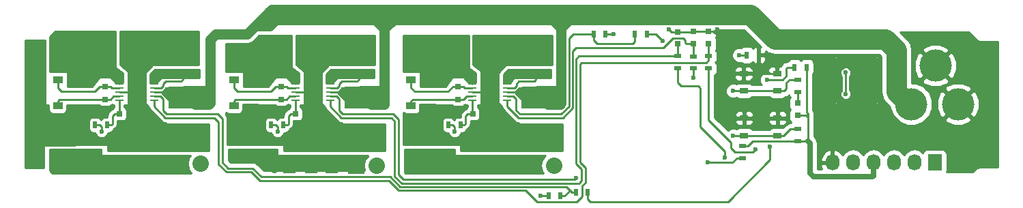
<source format=gbr>
G04 #@! TF.FileFunction,Copper,L2,Bot,Signal*
%FSLAX46Y46*%
G04 Gerber Fmt 4.6, Leading zero omitted, Abs format (unit mm)*
G04 Created by KiCad (PCBNEW 4.0.0-rc1-stable) date 2/20/2017 10:27:06 PM*
%MOMM*%
G01*
G04 APERTURE LIST*
%ADD10C,0.100000*%
%ADD11C,0.889000*%
%ADD12R,1.600000X1.000000*%
%ADD13R,1.300000X0.700000*%
%ADD14R,1.100000X0.250000*%
%ADD15R,1.730000X2.000000*%
%ADD16C,0.635000*%
%ADD17R,0.750000X0.800000*%
%ADD18R,0.500000X0.900000*%
%ADD19R,2.100000X1.400000*%
%ADD20R,1.220000X0.910000*%
%ADD21C,4.000000*%
%ADD22R,0.797560X0.797560*%
%ADD23R,1.727200X2.032000*%
%ADD24O,1.727200X2.032000*%
%ADD25R,0.900000X0.500000*%
%ADD26C,0.250000*%
%ADD27R,0.840000X2.400000*%
%ADD28R,2.032000X2.032000*%
%ADD29O,2.032000X2.032000*%
%ADD30R,1.049020X0.647700*%
%ADD31C,0.600000*%
%ADD32C,2.540000*%
%ADD33C,1.270000*%
%ADD34C,0.250000*%
%ADD35C,0.635000*%
%ADD36C,0.254000*%
G04 APERTURE END LIST*
D10*
D11*
X67665600Y-94208600D03*
X67665600Y-108966000D03*
X67665600Y-99060000D03*
X67665600Y-96520000D03*
X67665600Y-101600000D03*
X67665600Y-104140000D03*
X67665600Y-106680000D03*
X171323000Y-100076000D03*
X170053000Y-100076000D03*
X108775500Y-106133204D03*
X109664500Y-106133204D03*
D12*
X109502938Y-101625958D03*
X109502938Y-104625958D03*
D13*
X106835938Y-99757958D03*
X106835938Y-97857958D03*
D11*
X106235500Y-95719204D03*
D14*
X100113938Y-101077958D03*
X100113938Y-100577958D03*
X100113938Y-100077958D03*
X100113938Y-99577958D03*
X100113938Y-99077958D03*
X104413938Y-99077958D03*
X104413938Y-99577958D03*
X104413938Y-100077958D03*
X104413938Y-100577958D03*
X104413938Y-101077958D03*
D15*
X102263938Y-100077958D03*
D11*
X105346500Y-95719204D03*
X106235500Y-94830204D03*
X105346500Y-94830204D03*
D13*
X109121938Y-99757958D03*
X109121938Y-97857958D03*
D11*
X96710500Y-93496704D03*
X95504000Y-93853000D03*
X94234000Y-94488000D03*
X93091000Y-94488000D03*
X91948000Y-94488000D03*
X95504000Y-95274704D03*
X95504000Y-96417704D03*
X98996500Y-93496704D03*
X97853500Y-93496704D03*
X101790500Y-94830204D03*
X101790500Y-96608204D03*
X100901500Y-96608204D03*
X101790500Y-95719204D03*
X100901500Y-94830204D03*
X100901500Y-95719204D03*
X105346500Y-104418704D03*
X107886500Y-106133204D03*
X106997500Y-106133204D03*
D12*
X106962938Y-101649958D03*
X106962938Y-104649958D03*
D11*
X105346500Y-105307704D03*
X102679500Y-96608204D03*
X102679500Y-94830204D03*
X102679500Y-95719204D03*
X103568500Y-96608204D03*
X103568500Y-94830204D03*
X103568500Y-95719204D03*
X104457500Y-94830204D03*
X104457500Y-95719204D03*
X103568500Y-104418704D03*
X102679500Y-105307704D03*
X103568500Y-105307704D03*
X104457500Y-105307704D03*
X97536000Y-108736704D03*
X97536000Y-109752704D03*
D12*
X104584500Y-109665204D03*
X104584500Y-106665204D03*
X99377500Y-109665204D03*
X99377500Y-106665204D03*
X102044500Y-109665204D03*
X102044500Y-106665204D03*
D11*
X103568500Y-102640704D03*
X102679500Y-102640704D03*
X101790500Y-101751704D03*
X102679500Y-101751704D03*
D16*
X101727000Y-100735704D03*
X102806500Y-100735704D03*
D11*
X101790500Y-102640704D03*
X102679500Y-104418704D03*
X102679500Y-103529704D03*
X103568500Y-103529704D03*
X104457500Y-104418704D03*
X104457500Y-103529704D03*
D16*
X101727000Y-99402204D03*
D11*
X101790500Y-98386204D03*
D16*
X102806500Y-99402204D03*
D11*
X102679500Y-98386204D03*
X102679500Y-97497204D03*
X101790500Y-97497204D03*
D17*
X100139500Y-102767704D03*
X100139500Y-104267704D03*
D18*
X98615500Y-104164704D03*
X97115500Y-104164704D03*
D11*
X101790500Y-105307704D03*
X101790500Y-104418704D03*
X101790500Y-103529704D03*
D16*
X99250500Y-101878704D03*
D11*
X93345000Y-108228704D03*
X92202000Y-108228704D03*
X94424500Y-108228704D03*
X95504000Y-108228704D03*
X94996000Y-103720204D03*
X95948500Y-103720204D03*
X96520000Y-108736704D03*
D17*
X98326938Y-97930958D03*
X98326938Y-99430958D03*
D19*
X95532938Y-102277958D03*
X95532938Y-97877958D03*
D11*
X97282000Y-102450204D03*
D17*
X98326938Y-102478958D03*
X98326938Y-100978958D03*
D20*
X92484938Y-98553958D03*
X92484938Y-101823958D03*
D11*
X72580500Y-93496704D03*
X71437500Y-93496704D03*
X73723500Y-93496704D03*
X74866500Y-93496704D03*
X76009500Y-93496704D03*
X77152500Y-93496704D03*
X119824500Y-93496704D03*
X120967500Y-93496704D03*
X122872500Y-95719204D03*
X122872500Y-94830204D03*
X117538500Y-93496704D03*
X118681500Y-93496704D03*
X117475000Y-95274704D03*
X116395500Y-93496704D03*
X114109500Y-93496704D03*
X115252500Y-93496704D03*
X117475000Y-96417704D03*
X123761500Y-95719204D03*
X123761500Y-94830204D03*
X124650500Y-95719204D03*
X124650500Y-94830204D03*
X126428500Y-94830204D03*
X127317500Y-94830204D03*
X128206500Y-94830204D03*
X125539500Y-95719204D03*
X125539500Y-94830204D03*
X126428500Y-95719204D03*
X127317500Y-95719204D03*
X128206500Y-95719204D03*
X122872500Y-96608204D03*
X125539500Y-96608204D03*
X123761500Y-96608204D03*
X124650500Y-96608204D03*
X123761500Y-97497204D03*
X124650500Y-97497204D03*
X124650500Y-98386204D03*
X123761500Y-98386204D03*
D16*
X124777500Y-99402204D03*
X123698000Y-99402204D03*
D14*
X122084938Y-101077958D03*
X122084938Y-100577958D03*
X122084938Y-100077958D03*
X122084938Y-99577958D03*
X122084938Y-99077958D03*
X126384938Y-99077958D03*
X126384938Y-99577958D03*
X126384938Y-100077958D03*
X126384938Y-100577958D03*
X126384938Y-101077958D03*
D15*
X124234938Y-100077958D03*
D17*
X120297938Y-102478958D03*
X120297938Y-100978958D03*
D11*
X119253000Y-102450204D03*
D19*
X117503938Y-102277958D03*
X117503938Y-97877958D03*
D11*
X117919500Y-103720204D03*
X116967000Y-103720204D03*
D17*
X120297938Y-97930958D03*
X120297938Y-99430958D03*
D20*
X114455938Y-98553958D03*
X114455938Y-101823958D03*
D18*
X120586500Y-104164704D03*
X119086500Y-104164704D03*
D12*
X126555500Y-109665204D03*
X126555500Y-106665204D03*
X124015500Y-109665204D03*
X124015500Y-106665204D03*
D11*
X126428500Y-105307704D03*
X123761500Y-105307704D03*
X125539500Y-105307704D03*
D12*
X121348500Y-109665204D03*
X121348500Y-106665204D03*
D11*
X127317500Y-105307704D03*
X124650500Y-105307704D03*
D13*
X131092938Y-99757958D03*
X131092938Y-97857958D03*
D12*
X128933938Y-101649958D03*
X128933938Y-104649958D03*
X131473938Y-101625958D03*
X131473938Y-104625958D03*
D13*
X128806938Y-99757958D03*
X128806938Y-97857958D03*
D11*
X128968500Y-106133204D03*
X131635500Y-106133204D03*
X130746500Y-106133204D03*
X129857500Y-106133204D03*
X116395500Y-108228704D03*
X119507000Y-109752704D03*
X117475000Y-108228704D03*
X119507000Y-108736704D03*
X114173000Y-108228704D03*
X118491000Y-108736704D03*
X115316000Y-108228704D03*
D16*
X124777500Y-100735704D03*
X123698000Y-100735704D03*
D11*
X124650500Y-101751704D03*
X123761500Y-101751704D03*
D16*
X121221500Y-101878704D03*
D11*
X125539500Y-104418704D03*
X126428500Y-103529704D03*
X126428500Y-104418704D03*
X127317500Y-104418704D03*
X125539500Y-103529704D03*
X124650500Y-102640704D03*
X123761500Y-103529704D03*
X123761500Y-104418704D03*
X123761500Y-102640704D03*
D17*
X122110500Y-102767704D03*
X122110500Y-104267704D03*
D11*
X125539500Y-102640704D03*
X124650500Y-103529704D03*
X124650500Y-104418704D03*
X70294500Y-93496704D03*
X70358000Y-108228704D03*
X71501000Y-108228704D03*
X72580500Y-108228704D03*
X73660000Y-108228704D03*
X75692000Y-109752704D03*
X74676000Y-108736704D03*
X75692000Y-108736704D03*
X87820500Y-106133204D03*
X86931500Y-106133204D03*
X86042500Y-106133204D03*
X85153500Y-106133204D03*
X81724500Y-105307704D03*
X82613500Y-105307704D03*
X80835500Y-105307704D03*
X79946500Y-105307704D03*
X83502500Y-105307704D03*
X84391500Y-94830204D03*
X83502500Y-94830204D03*
X84391500Y-95719204D03*
X83502500Y-95719204D03*
X83502500Y-104418704D03*
X82613500Y-104418704D03*
X82613500Y-103529704D03*
X79946500Y-104418704D03*
X80835500Y-104418704D03*
X81724500Y-104418704D03*
X81724500Y-103529704D03*
X81724500Y-102640704D03*
X75438000Y-102450204D03*
X73152000Y-103720204D03*
X74104500Y-103720204D03*
D16*
X77406500Y-101878704D03*
D11*
X80835500Y-103529704D03*
X79946500Y-103529704D03*
X79946500Y-101751704D03*
X80835500Y-101751704D03*
X79946500Y-102640704D03*
X80835500Y-102640704D03*
X73660000Y-96417704D03*
X73660000Y-95274704D03*
X82613500Y-94830204D03*
X82613500Y-95719204D03*
X81724500Y-94830204D03*
X80835500Y-94830204D03*
X79946500Y-94830204D03*
X79057500Y-94830204D03*
X79057500Y-95719204D03*
X79946500Y-95719204D03*
X80835500Y-95719204D03*
X81724500Y-95719204D03*
X81724500Y-96608204D03*
X79057500Y-96608204D03*
X80835500Y-96608204D03*
X79946500Y-96608204D03*
X79946500Y-97497204D03*
X80835500Y-97497204D03*
X80835500Y-98386204D03*
X79946500Y-98386204D03*
D16*
X79883000Y-99402204D03*
X80962500Y-99402204D03*
X80962500Y-100735704D03*
D12*
X85118938Y-101649958D03*
X85118938Y-104649958D03*
D14*
X78269938Y-101077958D03*
X78269938Y-100577958D03*
X78269938Y-100077958D03*
X78269938Y-99577958D03*
X78269938Y-99077958D03*
X82569938Y-99077958D03*
X82569938Y-99577958D03*
X82569938Y-100077958D03*
X82569938Y-100577958D03*
X82569938Y-101077958D03*
D15*
X80419938Y-100077958D03*
D13*
X84991938Y-99757958D03*
X84991938Y-97857958D03*
X87277938Y-99757958D03*
X87277938Y-97857958D03*
D17*
X78295500Y-102767704D03*
X78295500Y-104267704D03*
D12*
X87658938Y-101625958D03*
X87658938Y-104625958D03*
D16*
X79883000Y-100735704D03*
D17*
X76482938Y-97930958D03*
X76482938Y-99430958D03*
D18*
X76771500Y-104164704D03*
X75271500Y-104164704D03*
D20*
X70640938Y-98553958D03*
X70640938Y-101823958D03*
D19*
X73688938Y-102277958D03*
X73688938Y-97877958D03*
D17*
X76482938Y-102478958D03*
X76482938Y-100978958D03*
D12*
X80200500Y-109665204D03*
X80200500Y-106665204D03*
X82740500Y-109665204D03*
X82740500Y-106665204D03*
X77533500Y-109665204D03*
X77533500Y-106665204D03*
D21*
X176530000Y-101600000D03*
X182330000Y-101600000D03*
X179530000Y-96800000D03*
D17*
X151384000Y-94095000D03*
X151384000Y-92595000D03*
X149479000Y-94095000D03*
X149479000Y-92595000D03*
X147574000Y-94107000D03*
X147574000Y-92607000D03*
D22*
X162433000Y-102984300D03*
X162433000Y-101485700D03*
D23*
X179451000Y-108839000D03*
D24*
X176911000Y-108839000D03*
X174371000Y-108839000D03*
X171831000Y-108839000D03*
X169291000Y-108839000D03*
X166751000Y-108839000D03*
D25*
X151384000Y-95643000D03*
X151384000Y-97143000D03*
X149479000Y-95655000D03*
X149479000Y-97155000D03*
X147574000Y-95643000D03*
X147574000Y-97143000D03*
X162433000Y-104660000D03*
X162433000Y-106160000D03*
X155575000Y-108307000D03*
X155575000Y-106807000D03*
D18*
X162064000Y-97028000D03*
X163564000Y-97028000D03*
D25*
X162433000Y-98564000D03*
X162433000Y-100064000D03*
D18*
X157607000Y-95504000D03*
X156107000Y-95504000D03*
D26*
X170301186Y-98737308D03*
X170301186Y-97787308D03*
X170301186Y-96837308D03*
D27*
X170301186Y-97787308D03*
D28*
X85852000Y-108966000D03*
D29*
X88392000Y-108966000D03*
D28*
X129667000Y-109220000D03*
D29*
X132207000Y-109220000D03*
D28*
X107696000Y-109220000D03*
D29*
X110236000Y-109220000D03*
D30*
X155747720Y-99949000D03*
X159893000Y-99949000D03*
X155747720Y-97800160D03*
X159893000Y-97800160D03*
X155788360Y-105468420D03*
X159933640Y-105468420D03*
X155788360Y-103319580D03*
X159933640Y-103319580D03*
D18*
X136398700Y-112509300D03*
X134898700Y-112509300D03*
X143726600Y-92913200D03*
X142226600Y-92913200D03*
X131507800Y-112966500D03*
X133007800Y-112966500D03*
X138595800Y-92913200D03*
X137095800Y-92913200D03*
D31*
X130556000Y-112966500D03*
X157556200Y-96723200D03*
X146431000Y-92265020D03*
X152425400Y-92265020D03*
X139547600Y-92913200D03*
X76073000Y-104990204D03*
X159016700Y-106845100D03*
X157226000Y-107188000D03*
X163957000Y-108331000D03*
X163957000Y-109146555D03*
X168402000Y-100330000D03*
X168393238Y-97673259D03*
X119888000Y-104990204D03*
X145684251Y-93741251D03*
X97917000Y-104990204D03*
X149479000Y-98298000D03*
X153416000Y-108204000D03*
X154432000Y-105537000D03*
X151257000Y-108839000D03*
X158623000Y-98552000D03*
X154432000Y-99949000D03*
X155194000Y-95504000D03*
X134952751Y-110774020D03*
D32*
X134709693Y-90495010D02*
X156565326Y-90495010D01*
X156565326Y-90495010D02*
X159613325Y-93543009D01*
X159613325Y-93543009D02*
X173336288Y-93543010D01*
X174713010Y-94919732D02*
X174713010Y-100100510D01*
X174713010Y-100100510D02*
X176212500Y-101600000D01*
X173336288Y-93543010D02*
X174713010Y-94919732D01*
X176212500Y-101600000D02*
X176530000Y-101600000D01*
D33*
X95152334Y-91879325D02*
X97171649Y-89860010D01*
X94123649Y-92908010D02*
X95152334Y-91879325D01*
D32*
X105304334Y-90495010D02*
X98271129Y-90495010D01*
X98271129Y-90495010D02*
X97434674Y-90495010D01*
D33*
X95152334Y-91879325D02*
X96886814Y-91879325D01*
X96886814Y-91879325D02*
X98271129Y-90495010D01*
D32*
X105304334Y-90495010D02*
X101312251Y-90495010D01*
X109482107Y-90495010D02*
X105304334Y-90495010D01*
D33*
X96545477Y-91384207D02*
X97171649Y-89860010D01*
X87658938Y-101625958D02*
X89382042Y-101625958D01*
X89382042Y-101625958D02*
X89535000Y-101473000D01*
X89535000Y-101473000D02*
X89535000Y-93612677D01*
X89535000Y-93612677D02*
X90239667Y-92908010D01*
X90239667Y-92908010D02*
X94123649Y-92908010D01*
X97171649Y-89860010D02*
X101600000Y-89860010D01*
D32*
X131493039Y-90495010D02*
X112900107Y-90495010D01*
X112900107Y-90495010D02*
X111178794Y-90495010D01*
D33*
X111178794Y-92430956D02*
X111178794Y-92216323D01*
X111178794Y-92216323D02*
X112900107Y-90495010D01*
X111178794Y-92430956D02*
X111178794Y-101546206D01*
X111178794Y-90495010D02*
X111178794Y-92430956D01*
D32*
X111178794Y-90495010D02*
X109482107Y-90495010D01*
D33*
X111178794Y-92430956D02*
X111178794Y-92191697D01*
X111178794Y-92191697D02*
X109482107Y-90495010D01*
X111178794Y-101546206D02*
X111099042Y-101625958D01*
X111099042Y-101625958D02*
X109502938Y-101625958D01*
X133095022Y-100076978D02*
X133095022Y-92488755D01*
D32*
X133095022Y-90495010D02*
X131493039Y-90495010D01*
D33*
X133095022Y-92096993D02*
X131493039Y-90495010D01*
X133095022Y-101473978D02*
X132943042Y-101625958D01*
X132943042Y-101625958D02*
X131473938Y-101625958D01*
X133095022Y-100076978D02*
X133095022Y-101473978D01*
X132489938Y-100682062D02*
X133095022Y-100076978D01*
X131473938Y-100682062D02*
X132489938Y-100682062D01*
D34*
X105405986Y-100133596D02*
X106262094Y-100989704D01*
X105615938Y-100116142D02*
X106172000Y-100672204D01*
X106262094Y-100989704D02*
X106302684Y-100989704D01*
X105440348Y-100077958D02*
X105405986Y-100077958D01*
X106101192Y-99592704D02*
X105925602Y-99592704D01*
X105925602Y-99592704D02*
X105440348Y-100077958D01*
X105615938Y-100077958D02*
X106101192Y-99592704D01*
X105405986Y-100077958D02*
X105615938Y-100077958D01*
X106670684Y-99592704D02*
X106835938Y-99757958D01*
X106101192Y-99592704D02*
X106670684Y-99592704D01*
X105615938Y-100077958D02*
X106149254Y-100077958D01*
X106149254Y-100077958D02*
X106362500Y-100291204D01*
X105615938Y-100077958D02*
X105615938Y-100116142D01*
X104413938Y-100077958D02*
X105213938Y-100077958D01*
X105213938Y-100077958D02*
X105405986Y-100077958D01*
X105405986Y-100077958D02*
X105405986Y-100133596D01*
X108902500Y-100291204D02*
X109121938Y-100071766D01*
X108636779Y-100672204D02*
X108807692Y-100672204D01*
X109121938Y-100071766D02*
X109121938Y-99757958D01*
X106362500Y-100291204D02*
X108902500Y-100291204D01*
X106302684Y-100989704D02*
X106962938Y-101649958D01*
X106172000Y-100672204D02*
X108636779Y-100672204D01*
X108636779Y-100672204D02*
X109299184Y-100672204D01*
X109299184Y-100672204D02*
X109502938Y-100875958D01*
X109502938Y-100875958D02*
X109502938Y-101625958D01*
X130873500Y-100291204D02*
X131092938Y-100071766D01*
X130607779Y-100672204D02*
X131270184Y-100672204D01*
X131092938Y-100071766D02*
X131092938Y-99757958D01*
X131270184Y-100672204D02*
X131473938Y-100875958D01*
X128072192Y-99592704D02*
X127896602Y-99592704D01*
X128233094Y-100989704D02*
X128273684Y-100989704D01*
X127586938Y-100116142D02*
X128143000Y-100672204D01*
X127376986Y-100133596D02*
X128233094Y-100989704D01*
X127586938Y-100077958D02*
X127586938Y-100116142D01*
X127376986Y-100077958D02*
X127376986Y-100133596D01*
X127586938Y-100077958D02*
X128120254Y-100077958D01*
X127896602Y-99592704D02*
X127411348Y-100077958D01*
X127586938Y-100077958D02*
X128072192Y-99592704D01*
X127376986Y-100077958D02*
X127586938Y-100077958D01*
X127411348Y-100077958D02*
X127376986Y-100077958D01*
X128120254Y-100077958D02*
X128333500Y-100291204D01*
X128072192Y-99592704D02*
X128641684Y-99592704D01*
X128143000Y-100672204D02*
X130607779Y-100672204D01*
X130607779Y-100672204D02*
X130778692Y-100672204D01*
X128641684Y-99592704D02*
X128806938Y-99757958D01*
X128333500Y-100291204D02*
X130873500Y-100291204D01*
X127184938Y-100077958D02*
X127376986Y-100077958D01*
X84257192Y-99592704D02*
X84081602Y-99592704D01*
X84081602Y-99592704D02*
X83596348Y-100077958D01*
X83596348Y-100077958D02*
X83561986Y-100077958D01*
X87058500Y-100291204D02*
X87277938Y-100071766D01*
X87277938Y-100071766D02*
X87277938Y-99757958D01*
X84518500Y-100291204D02*
X87058500Y-100291204D01*
X84305254Y-100077958D02*
X84518500Y-100291204D01*
X83771938Y-100077958D02*
X84305254Y-100077958D01*
X86792779Y-100672204D02*
X86963692Y-100672204D01*
X84328000Y-100672204D02*
X86792779Y-100672204D01*
X86792779Y-100672204D02*
X87455184Y-100672204D01*
X87455184Y-100672204D02*
X87658938Y-100875958D01*
X83771938Y-100077958D02*
X83771938Y-100116142D01*
X83771938Y-100116142D02*
X84328000Y-100672204D01*
X84257192Y-99592704D02*
X84826684Y-99592704D01*
X84826684Y-99592704D02*
X84991938Y-99757958D01*
X83561986Y-100077958D02*
X83771938Y-100077958D01*
X83771938Y-100077958D02*
X84257192Y-99592704D01*
X83369938Y-100077958D02*
X83561986Y-100077958D01*
X83561986Y-100077958D02*
X83561986Y-100133596D01*
X83561986Y-100133596D02*
X84418094Y-100989704D01*
X84418094Y-100989704D02*
X84458684Y-100989704D01*
X126384938Y-100077958D02*
X127184938Y-100077958D01*
X82569938Y-100077958D02*
X83369938Y-100077958D01*
X128273684Y-100989704D02*
X128933938Y-101649958D01*
X84458684Y-100989704D02*
X85118938Y-101649958D01*
X131473938Y-100875958D02*
X131473938Y-101625958D01*
X87658938Y-100875958D02*
X87658938Y-101625958D01*
D32*
X134709693Y-90495010D02*
X133095022Y-90495010D01*
D33*
X133095022Y-92488755D02*
X133095022Y-92109681D01*
X133095022Y-92109681D02*
X134709693Y-90495010D01*
X133095022Y-92488755D02*
X133095022Y-90495010D01*
X133095022Y-92488755D02*
X133095022Y-92096993D01*
D34*
X131507800Y-112966500D02*
X130556000Y-112966500D01*
X157607000Y-95504000D02*
X157607000Y-96672400D01*
X157607000Y-96672400D02*
X157556200Y-96723200D01*
X147574000Y-92607000D02*
X146772980Y-92607000D01*
X146772980Y-92607000D02*
X146431000Y-92265020D01*
X151384000Y-92595000D02*
X152095420Y-92595000D01*
X152095420Y-92595000D02*
X152425400Y-92265020D01*
X138595800Y-92913200D02*
X139547600Y-92913200D01*
X149479000Y-92595000D02*
X155587000Y-92595000D01*
X155587000Y-92595000D02*
X157607000Y-94615000D01*
X157607000Y-94615000D02*
X157607000Y-95504000D01*
X155788360Y-103319580D02*
X156562870Y-103319580D01*
X156562870Y-103319580D02*
X159933640Y-103319580D01*
X155747720Y-97800160D02*
X159893000Y-97800160D01*
X147574000Y-92607000D02*
X149467000Y-92607000D01*
X149467000Y-92607000D02*
X149479000Y-92595000D01*
X122084938Y-100077958D02*
X124234938Y-100077958D01*
X100113938Y-100077958D02*
X102263938Y-100077958D01*
X78269938Y-100077958D02*
X80419938Y-100077958D01*
X75692000Y-109625704D02*
X77494000Y-109625704D01*
X80200500Y-109665204D02*
X81250500Y-109665204D01*
X81250500Y-109665204D02*
X82740500Y-109665204D01*
X77533500Y-109665204D02*
X78583500Y-109665204D01*
X78583500Y-109665204D02*
X80200500Y-109665204D01*
X77494000Y-109625704D02*
X77533500Y-109665204D01*
X76073000Y-104418704D02*
X76073000Y-104990204D01*
X75819000Y-104164704D02*
X76073000Y-104418704D01*
X75271500Y-104164704D02*
X75819000Y-104164704D01*
X136398700Y-112509300D02*
X136398700Y-113424400D01*
X136398700Y-113424400D02*
X136677400Y-113703100D01*
X136677400Y-113703100D02*
X153784300Y-113703100D01*
X153784300Y-113703100D02*
X159016700Y-108470700D01*
X159016700Y-108470700D02*
X159016700Y-106845100D01*
X156845000Y-107569000D02*
X157226000Y-107188000D01*
X154686000Y-107569000D02*
X156845000Y-107569000D01*
X154179131Y-107062131D02*
X154686000Y-107569000D01*
X154179131Y-106318713D02*
X154179131Y-107062131D01*
X154179131Y-106318713D02*
X151384000Y-103523582D01*
X151384000Y-103523582D02*
X151384000Y-97143000D01*
X162433000Y-106160000D02*
X163659692Y-106160000D01*
X163659692Y-106160000D02*
X163681691Y-106181999D01*
X163681691Y-102732538D02*
X163564000Y-102614847D01*
X163564000Y-102614847D02*
X163564000Y-97028000D01*
D35*
X163957000Y-106457308D02*
X163957000Y-107380750D01*
X171831000Y-110490000D02*
X171831000Y-108839000D01*
X163957000Y-106457308D02*
X163957000Y-108331000D01*
X163957000Y-106457308D02*
X163681691Y-106181999D01*
D34*
X163681691Y-102994295D02*
X163681691Y-103196492D01*
X163681691Y-103196492D02*
X163681691Y-103584211D01*
X163467330Y-102984300D02*
X163469499Y-102984300D01*
X163469499Y-102984300D02*
X163681691Y-103196492D01*
X163681691Y-102732538D02*
X163681691Y-102994295D01*
X163081780Y-102984300D02*
X163467330Y-102984300D01*
X163467330Y-102984300D02*
X163671696Y-102984300D01*
X163681691Y-102732538D02*
X163681691Y-102769939D01*
X163681691Y-102769939D02*
X163467330Y-102984300D01*
X163671696Y-102984300D02*
X163681691Y-102994295D01*
X156900001Y-106181999D02*
X163457293Y-106181999D01*
X163681691Y-105954137D02*
X163681691Y-105957601D01*
X163457293Y-106181999D02*
X163681691Y-106181999D01*
X163681691Y-105957601D02*
X163457293Y-106181999D01*
X163681691Y-105875293D02*
X163681691Y-106181999D01*
X163681691Y-103584211D02*
X163681691Y-105875293D01*
X163681691Y-106181999D02*
X163909553Y-106181999D01*
X163681691Y-105875293D02*
X163681691Y-105954137D01*
X163681691Y-105954137D02*
X163909553Y-106181999D01*
X162433000Y-102984300D02*
X163081780Y-102984300D01*
X155575000Y-106807000D02*
X156275000Y-106807000D01*
X156275000Y-106807000D02*
X156900001Y-106181999D01*
D35*
X163957000Y-110147201D02*
X163957000Y-109146555D01*
X163957000Y-109146555D02*
X163957000Y-108331000D01*
X164588205Y-110609490D02*
X164419289Y-110609490D01*
X164419289Y-110609490D02*
X163957000Y-110147201D01*
X164588205Y-110609490D02*
X171711510Y-110609490D01*
X171711510Y-110609490D02*
X171831000Y-110490000D01*
D34*
X168393238Y-97673259D02*
X168393238Y-100321238D01*
X168393238Y-100321238D02*
X168402000Y-100330000D01*
X73688938Y-97877958D02*
X73338938Y-97877958D01*
X73338938Y-97877958D02*
X73209991Y-97749011D01*
X73209991Y-97749011D02*
X73209991Y-95724713D01*
X73209991Y-95724713D02*
X73215501Y-95719203D01*
X73215501Y-95719203D02*
X73660000Y-95274704D01*
X76482938Y-97930958D02*
X73741938Y-97930958D01*
X73741938Y-97930958D02*
X73688938Y-97877958D01*
X77840254Y-97930958D02*
X76482938Y-97930958D01*
X78269938Y-98360642D02*
X77840254Y-97930958D01*
X78269938Y-99077958D02*
X78269938Y-98360642D01*
X70640938Y-98553958D02*
X70640938Y-99558142D01*
X70640938Y-99558142D02*
X71120000Y-100037204D01*
X71120000Y-100037204D02*
X75233894Y-100037204D01*
X75233894Y-100037204D02*
X75840140Y-99430958D01*
X75840140Y-99430958D02*
X76482938Y-99430958D01*
X77181254Y-99430958D02*
X76482938Y-99430958D01*
X77328254Y-99577958D02*
X77181254Y-99430958D01*
X78269938Y-99577958D02*
X77328254Y-99577958D01*
X70640938Y-101823958D02*
X70640938Y-101182403D01*
X70640938Y-101182403D02*
X70844383Y-100978958D01*
X70844383Y-100978958D02*
X76482938Y-100978958D01*
X77163246Y-100978958D02*
X76482938Y-100978958D01*
X77564246Y-100577958D02*
X77163246Y-100978958D01*
X78269938Y-100577958D02*
X77564246Y-100577958D01*
X78269938Y-102742142D02*
X78295500Y-102767704D01*
X78295500Y-102767704D02*
X77670500Y-102767704D01*
X77670500Y-102767704D02*
X77406500Y-103031704D01*
X77406500Y-103031704D02*
X77406500Y-104029704D01*
X77406500Y-104029704D02*
X77271500Y-104164704D01*
X78269938Y-101077958D02*
X78269938Y-102742142D01*
X77271500Y-104164704D02*
X76771500Y-104164704D01*
X117503938Y-97877958D02*
X117503938Y-96446642D01*
X117503938Y-96446642D02*
X117475000Y-96417704D01*
X117556938Y-97930958D02*
X117503938Y-97877958D01*
X120297938Y-97930958D02*
X117556938Y-97930958D01*
X122084938Y-98360642D02*
X121655254Y-97930958D01*
X121655254Y-97930958D02*
X120297938Y-97930958D01*
X122084938Y-99077958D02*
X122084938Y-98360642D01*
X119655140Y-99430958D02*
X120297938Y-99430958D01*
X121143254Y-99577958D02*
X120996254Y-99430958D01*
X120996254Y-99430958D02*
X120297938Y-99430958D01*
X114455938Y-98553958D02*
X114455938Y-99558142D01*
X114455938Y-99558142D02*
X114935000Y-100037204D01*
X119048894Y-100037204D02*
X119655140Y-99430958D01*
X114935000Y-100037204D02*
X119048894Y-100037204D01*
X122084938Y-99577958D02*
X121143254Y-99577958D01*
X121348500Y-109665204D02*
X119594500Y-109665204D01*
X119594500Y-109665204D02*
X119507000Y-109752704D01*
X119888000Y-104418704D02*
X119888000Y-104990204D01*
X119634000Y-104164704D02*
X119888000Y-104418704D01*
X121348500Y-109665204D02*
X122398500Y-109665204D01*
X124015500Y-109665204D02*
X125065500Y-109665204D01*
X125065500Y-109665204D02*
X126555500Y-109665204D01*
X121309000Y-109625704D02*
X121348500Y-109665204D01*
X122398500Y-109665204D02*
X124015500Y-109665204D01*
X119086500Y-104164704D02*
X119634000Y-104164704D01*
X121379246Y-100577958D02*
X120978246Y-100978958D01*
X120978246Y-100978958D02*
X120297938Y-100978958D01*
X114455938Y-101182403D02*
X114659383Y-100978958D01*
X114455938Y-101823958D02*
X114455938Y-101182403D01*
X114659383Y-100978958D02*
X120297938Y-100978958D01*
X122084938Y-100577958D02*
X121379246Y-100577958D01*
X121221500Y-104029704D02*
X121086500Y-104164704D01*
X121221500Y-103031704D02*
X121221500Y-104029704D01*
X121485500Y-102767704D02*
X121221500Y-103031704D01*
X122084938Y-102742142D02*
X122110500Y-102767704D01*
X122110500Y-102767704D02*
X121485500Y-102767704D01*
X122084938Y-101077958D02*
X122084938Y-102742142D01*
X121086500Y-104164704D02*
X120586500Y-104164704D01*
X82569938Y-99577958D02*
X83459938Y-99577958D01*
X83459938Y-99577958D02*
X83732685Y-99305211D01*
X86134938Y-98547766D02*
X86134938Y-97918958D01*
X83732685Y-99305211D02*
X83732685Y-99051211D01*
X84016692Y-98767204D02*
X85915500Y-98767204D01*
X83732685Y-99051211D02*
X84016692Y-98767204D01*
X85915500Y-98767204D02*
X86134938Y-98547766D01*
X127274938Y-99577958D02*
X127547685Y-99305211D01*
X127547685Y-99051211D02*
X127831692Y-98767204D01*
X127547685Y-99305211D02*
X127547685Y-99051211D01*
X127831692Y-98767204D02*
X129730500Y-98767204D01*
X126384938Y-99577958D02*
X127274938Y-99577958D01*
X129949938Y-98547766D02*
X129949938Y-97918958D01*
X129730500Y-98767204D02*
X129949938Y-98547766D01*
X143726600Y-92913200D02*
X144856200Y-92913200D01*
X144856200Y-92913200D02*
X145684251Y-93741251D01*
X95758000Y-111125000D02*
X95758000Y-111126410D01*
X82569938Y-101077958D02*
X82569938Y-101873141D01*
X151384000Y-96143000D02*
X151384000Y-95643000D01*
X82569938Y-101873141D02*
X83978011Y-103281214D01*
X83978011Y-103281214D02*
X90073214Y-103281214D01*
X136086010Y-109465400D02*
X135953500Y-109332890D01*
X135593344Y-96431100D02*
X151095900Y-96431100D01*
X90608990Y-103816990D02*
X90608991Y-109025401D01*
X136086010Y-111322690D02*
X136086010Y-109465400D01*
X90073214Y-103281214D02*
X90608990Y-103816990D01*
X134987999Y-113741501D02*
X135699500Y-113030000D01*
X90608991Y-109025401D02*
X91565590Y-109982000D01*
X135420100Y-108775500D02*
X135420100Y-96604344D01*
X91565590Y-109982000D02*
X94615000Y-109982000D01*
X94615000Y-109982000D02*
X95758000Y-111125000D01*
X135420100Y-96604344D02*
X135593344Y-96431100D01*
X95758000Y-111126410D02*
X111633078Y-111126410D01*
X135699500Y-111709200D02*
X136086010Y-111322690D01*
X112929820Y-112299050D02*
X128656650Y-112299050D01*
X111633078Y-111126410D02*
X111695129Y-111064359D01*
X151095900Y-96431100D02*
X151384000Y-96143000D01*
X130099101Y-113741501D02*
X134987999Y-113741501D01*
X111695129Y-111064359D02*
X112929820Y-112299050D01*
X128656650Y-112299050D02*
X130099101Y-113741501D01*
X135699500Y-113030000D02*
X135699500Y-111709200D01*
X135953500Y-109332890D02*
X135953500Y-109308900D01*
X135953500Y-109308900D02*
X135420100Y-108775500D01*
X151384000Y-94095000D02*
X151384000Y-95643000D01*
X126384938Y-101077958D02*
X126384938Y-101873141D01*
X126384938Y-101873141D02*
X127793011Y-103281214D01*
X127793011Y-103281214D02*
X133281856Y-103281213D01*
X145740155Y-94569245D02*
X146927401Y-93381999D01*
X133281856Y-103281213D02*
X134505042Y-102058027D01*
X134505042Y-102058027D02*
X134505042Y-95016823D01*
X134505042Y-95016823D02*
X134513269Y-95016823D01*
X134513269Y-95016823D02*
X134960847Y-94569245D01*
X134960847Y-94569245D02*
X145740155Y-94569245D01*
X146927401Y-93381999D02*
X148220917Y-93381999D01*
X148220917Y-93381999D02*
X148459267Y-93620349D01*
X148459267Y-93620349D02*
X148459267Y-93950867D01*
X148459267Y-93950867D02*
X148603400Y-94095000D01*
X148603400Y-94095000D02*
X149479000Y-94095000D01*
X149479000Y-94095000D02*
X149479000Y-95655000D01*
X104413938Y-101077958D02*
X104413938Y-101873141D01*
X112452990Y-103689990D02*
X112452991Y-110549401D01*
X104413938Y-101873141D02*
X105822011Y-103281214D01*
X112044214Y-103281214D02*
X112452990Y-103689990D01*
X112452991Y-110549401D02*
X113302620Y-111399030D01*
X135920680Y-95643000D02*
X147574000Y-95643000D01*
X105822011Y-103281214D02*
X112044214Y-103281214D01*
X113302620Y-111399030D02*
X135324772Y-111399030D01*
X135324772Y-111399030D02*
X135324772Y-111372728D01*
X135324772Y-111372728D02*
X135636000Y-111061500D01*
X135636000Y-111061500D02*
X135636000Y-109651800D01*
X135636000Y-109651800D02*
X134955052Y-108970852D01*
X134955052Y-108970852D02*
X134955052Y-95994448D01*
X135306500Y-95643000D02*
X135920680Y-95643000D01*
X134955052Y-95994448D02*
X135306500Y-95643000D01*
X147574000Y-94107000D02*
X147574000Y-95643000D01*
X95532938Y-97877958D02*
X95532938Y-96446642D01*
X95532938Y-96446642D02*
X95504000Y-96417704D01*
X100113938Y-98360642D02*
X99684254Y-97930958D01*
X99684254Y-97930958D02*
X98326938Y-97930958D01*
X100113938Y-99077958D02*
X100113938Y-98360642D01*
X95585938Y-97930958D02*
X95532938Y-97877958D01*
X98326938Y-97930958D02*
X95585938Y-97930958D01*
X92964000Y-100037204D02*
X97077894Y-100037204D01*
X92484938Y-99558142D02*
X92964000Y-100037204D01*
X92484938Y-98553958D02*
X92484938Y-99558142D01*
X99025254Y-99430958D02*
X98326938Y-99430958D01*
X100113938Y-99577958D02*
X99172254Y-99577958D01*
X99172254Y-99577958D02*
X99025254Y-99430958D01*
X97684140Y-99430958D02*
X98326938Y-99430958D01*
X97077894Y-100037204D02*
X97684140Y-99430958D01*
X99377500Y-109665204D02*
X97623500Y-109665204D01*
X97623500Y-109665204D02*
X97536000Y-109752704D01*
X97917000Y-104418704D02*
X97917000Y-104990204D01*
X97663000Y-104164704D02*
X97917000Y-104418704D01*
X103094500Y-109665204D02*
X104584500Y-109665204D01*
X100427500Y-109665204D02*
X102044500Y-109665204D01*
X102044500Y-109665204D02*
X103094500Y-109665204D01*
X99377500Y-109665204D02*
X100427500Y-109665204D01*
X99338000Y-109625704D02*
X99377500Y-109665204D01*
X97115500Y-104164704D02*
X97663000Y-104164704D01*
X99408246Y-100577958D02*
X99007246Y-100978958D01*
X100113938Y-100577958D02*
X99408246Y-100577958D01*
X92484938Y-101823958D02*
X92484938Y-101182403D01*
X92484938Y-101182403D02*
X92688383Y-100978958D01*
X92688383Y-100978958D02*
X98326938Y-100978958D01*
X99007246Y-100978958D02*
X98326938Y-100978958D01*
X99250500Y-104029704D02*
X99115500Y-104164704D01*
X99250500Y-103031704D02*
X99250500Y-104029704D01*
X99115500Y-104164704D02*
X98615500Y-104164704D01*
X100113938Y-102742142D02*
X100139500Y-102767704D01*
X100113938Y-101077958D02*
X100113938Y-102742142D01*
X100139500Y-102767704D02*
X99514500Y-102767704D01*
X99514500Y-102767704D02*
X99250500Y-103031704D01*
X149479000Y-97155000D02*
X149479000Y-98298000D01*
X153416000Y-108204000D02*
X153416000Y-107442000D01*
X147955000Y-99314000D02*
X147574000Y-98933000D01*
X153416000Y-107442000D02*
X150368000Y-104394000D01*
X150368000Y-104394000D02*
X150368000Y-99568000D01*
X150114000Y-99314000D02*
X147955000Y-99314000D01*
X150368000Y-99568000D02*
X150114000Y-99314000D01*
X147574000Y-98933000D02*
X147574000Y-97143000D01*
X162433000Y-104660000D02*
X161516570Y-104660000D01*
X161516570Y-104660000D02*
X160708150Y-105468420D01*
X160708150Y-105468420D02*
X159933640Y-105468420D01*
X154744420Y-105468420D02*
X154500580Y-105468420D01*
X154500580Y-105468420D02*
X154432000Y-105537000D01*
X155788360Y-105468420D02*
X154744420Y-105468420D01*
X155788360Y-105468420D02*
X156562870Y-105468420D01*
X156562870Y-105468420D02*
X159933640Y-105468420D01*
X155575000Y-108307000D02*
X154875000Y-108307000D01*
X154875000Y-108307000D02*
X154343000Y-108839000D01*
X154343000Y-108839000D02*
X151257000Y-108839000D01*
X161036000Y-97155000D02*
X161163000Y-97028000D01*
X161163000Y-97028000D02*
X162064000Y-97028000D01*
X161036000Y-98090522D02*
X161036000Y-97155000D01*
X160574522Y-98552000D02*
X158623000Y-98552000D01*
X161036000Y-98090522D02*
X160574522Y-98552000D01*
X159893000Y-99949000D02*
X160782000Y-99949000D01*
X161036000Y-99695000D02*
X161036000Y-98933000D01*
X160782000Y-99949000D02*
X161036000Y-99695000D01*
X161036000Y-98933000D02*
X161405000Y-98564000D01*
X161405000Y-98564000D02*
X162433000Y-98564000D01*
X155747720Y-99949000D02*
X159893000Y-99949000D01*
X154432000Y-99949000D02*
X155747720Y-99949000D01*
X155194000Y-95504000D02*
X156107000Y-95504000D01*
X107759500Y-98767204D02*
X107978938Y-98547766D01*
X107978938Y-98547766D02*
X107978938Y-97918958D01*
X105303938Y-99577958D02*
X105576685Y-99305211D01*
X105576685Y-99305211D02*
X105576685Y-99051211D01*
X105860692Y-98767204D02*
X107759500Y-98767204D01*
X105576685Y-99051211D02*
X105860692Y-98767204D01*
X104413938Y-99577958D02*
X105303938Y-99577958D01*
X162433000Y-100064000D02*
X162433000Y-101485700D01*
X134398700Y-112509300D02*
X134147413Y-112258013D01*
X134147413Y-112258013D02*
X133738440Y-111849040D01*
X133007800Y-112966500D02*
X133507800Y-112966500D01*
X133507800Y-112966500D02*
X134147413Y-112326887D01*
X134147413Y-112326887D02*
X134147413Y-112258013D01*
X134898700Y-112509300D02*
X134398700Y-112509300D01*
X91059000Y-103378000D02*
X90512204Y-102831204D01*
X133738440Y-111849040D02*
X113116220Y-111849040D01*
X111881529Y-110614349D02*
X95883759Y-110614349D01*
X94801401Y-109531991D02*
X91751990Y-109531990D01*
X113116220Y-111849040D02*
X111881529Y-110614349D01*
X95883759Y-110614349D02*
X94801401Y-109531991D01*
X91751990Y-109531990D02*
X91059000Y-108839000D01*
X91059000Y-108839000D02*
X91059000Y-103378000D01*
X90512204Y-102831204D02*
X84164411Y-102831204D01*
X84164411Y-102831204D02*
X83693000Y-102359793D01*
X83693000Y-102359793D02*
X83693000Y-100901020D01*
X83693000Y-100901020D02*
X83369938Y-100577958D01*
X83369938Y-100577958D02*
X82569938Y-100577958D01*
X142226600Y-92913200D02*
X142226600Y-93798848D01*
X142226600Y-93798848D02*
X141969248Y-94056200D01*
X137538800Y-94056200D02*
X137095800Y-93613200D01*
X141969248Y-94056200D02*
X137538800Y-94056200D01*
X137095800Y-93613200D02*
X137095800Y-92913200D01*
X126384938Y-100577958D02*
X127184938Y-100577958D01*
X133095455Y-102831204D02*
X134055032Y-101871627D01*
X127184938Y-100577958D02*
X127508000Y-100901020D01*
X127508000Y-100901020D02*
X127508000Y-102359793D01*
X127508000Y-102359793D02*
X127979411Y-102831204D01*
X127979411Y-102831204D02*
X133095455Y-102831204D01*
X134055032Y-101871627D02*
X134055032Y-93427368D01*
X134055032Y-93427368D02*
X134569200Y-92913200D01*
X134569200Y-92913200D02*
X137095800Y-92913200D01*
X133989780Y-110949020D02*
X134777751Y-110949020D01*
X134777751Y-110949020D02*
X134952751Y-110774020D01*
X113489020Y-110949020D02*
X133989780Y-110949020D01*
X104413938Y-100577958D02*
X105213938Y-100577958D01*
X105213938Y-100577958D02*
X105537000Y-100901020D01*
X105537000Y-100901020D02*
X105537000Y-102359793D01*
X105537000Y-102359793D02*
X106008411Y-102831204D01*
X106008411Y-102831204D02*
X112230615Y-102831205D01*
X112230615Y-102831205D02*
X112903000Y-103503590D01*
X112903000Y-103503590D02*
X112903000Y-110363000D01*
X112903000Y-110363000D02*
X113489020Y-110949020D01*
D36*
G36*
X88165679Y-98322704D02*
X83466679Y-98322704D01*
X83417269Y-98332710D01*
X83365079Y-98373504D01*
X82984079Y-98881504D01*
X82962438Y-98927036D01*
X82958679Y-98957704D01*
X82133179Y-98957704D01*
X82133179Y-97867310D01*
X82693785Y-97306704D01*
X88165679Y-97306704D01*
X88165679Y-98322704D01*
X88165679Y-98322704D01*
G37*
X88165679Y-98322704D02*
X83466679Y-98322704D01*
X83417269Y-98332710D01*
X83365079Y-98373504D01*
X82984079Y-98881504D01*
X82962438Y-98927036D01*
X82958679Y-98957704D01*
X82133179Y-98957704D01*
X82133179Y-97867310D01*
X82693785Y-97306704D01*
X88165679Y-97306704D01*
X88165679Y-98322704D01*
G36*
X89408000Y-101942204D02*
X84453000Y-101942204D01*
X84453000Y-100901020D01*
X84395148Y-100610181D01*
X84230401Y-100363619D01*
X83988228Y-100121446D01*
X83997339Y-100115359D01*
X84270087Y-99842612D01*
X84434833Y-99596050D01*
X84448527Y-99527204D01*
X85915500Y-99527204D01*
X86206339Y-99469352D01*
X86306833Y-99402204D01*
X89408000Y-99402204D01*
X89408000Y-101942204D01*
X89408000Y-101942204D01*
G37*
X89408000Y-101942204D02*
X84453000Y-101942204D01*
X84453000Y-100901020D01*
X84395148Y-100610181D01*
X84230401Y-100363619D01*
X83988228Y-100121446D01*
X83997339Y-100115359D01*
X84270087Y-99842612D01*
X84434833Y-99596050D01*
X84448527Y-99527204D01*
X85915500Y-99527204D01*
X86206339Y-99469352D01*
X86306833Y-99402204D01*
X89408000Y-99402204D01*
X89408000Y-101942204D01*
G36*
X77787500Y-96989522D02*
X77797630Y-97038907D01*
X77836037Y-97089066D01*
X78676500Y-97749430D01*
X78676500Y-98935006D01*
X77846403Y-98935006D01*
X77840994Y-98908294D01*
X77813803Y-98867901D01*
X77242303Y-98296401D01*
X77200289Y-98268538D01*
X77152500Y-98259204D01*
X75819000Y-98259204D01*
X75769590Y-98269210D01*
X75716291Y-98311506D01*
X74921602Y-99404204D01*
X71818500Y-99404204D01*
X71818500Y-97687704D01*
X71808494Y-97638294D01*
X71780053Y-97596669D01*
X71737659Y-97569389D01*
X71691500Y-97560704D01*
X69659221Y-97560704D01*
X69649673Y-93226813D01*
X70345486Y-92531000D01*
X77776325Y-92531000D01*
X77787500Y-96989522D01*
X77787500Y-96989522D01*
G37*
X77787500Y-96989522D02*
X77797630Y-97038907D01*
X77836037Y-97089066D01*
X78676500Y-97749430D01*
X78676500Y-98935006D01*
X77846403Y-98935006D01*
X77840994Y-98908294D01*
X77813803Y-98867901D01*
X77242303Y-98296401D01*
X77200289Y-98268538D01*
X77152500Y-98259204D01*
X75819000Y-98259204D01*
X75769590Y-98269210D01*
X75716291Y-98311506D01*
X74921602Y-99404204D01*
X71818500Y-99404204D01*
X71818500Y-97687704D01*
X71808494Y-97638294D01*
X71780053Y-97596669D01*
X71737659Y-97569389D01*
X71691500Y-97560704D01*
X69659221Y-97560704D01*
X69649673Y-93226813D01*
X70345486Y-92531000D01*
X77776325Y-92531000D01*
X77787500Y-96989522D01*
G36*
X88138000Y-96735204D02*
X82423000Y-96735204D01*
X82373590Y-96745210D01*
X82333197Y-96772401D01*
X81507697Y-97597901D01*
X81479834Y-97639915D01*
X81470500Y-97687704D01*
X81470500Y-101434204D01*
X81480506Y-101483614D01*
X81508841Y-101525136D01*
X81954060Y-101959225D01*
X81985122Y-102115380D01*
X82122339Y-102320740D01*
X83530412Y-103728813D01*
X83735772Y-103866030D01*
X83775963Y-103874024D01*
X83954351Y-103909509D01*
X84048841Y-104001636D01*
X84091204Y-104028965D01*
X84137500Y-104037704D01*
X89408000Y-104037704D01*
X89408000Y-107403204D01*
X76835000Y-107403204D01*
X76835000Y-106768204D01*
X76824994Y-106718794D01*
X76796553Y-106677169D01*
X76754159Y-106649889D01*
X76707569Y-106641205D01*
X69011369Y-106667301D01*
X68961993Y-106677474D01*
X68920466Y-106706056D01*
X68893330Y-106748542D01*
X68884800Y-106794300D01*
X68884800Y-109526000D01*
X66623000Y-109526000D01*
X66623000Y-93674000D01*
X68961000Y-93674000D01*
X69037200Y-93658843D01*
X69037200Y-101574600D01*
X69047206Y-101624010D01*
X69075647Y-101665635D01*
X69118041Y-101692915D01*
X69164369Y-101701600D01*
X69512986Y-101701137D01*
X69512986Y-102278958D01*
X69548408Y-102467211D01*
X69659666Y-102640111D01*
X69829426Y-102756103D01*
X70030938Y-102796910D01*
X71250938Y-102796910D01*
X71439191Y-102761488D01*
X71612091Y-102650230D01*
X71728083Y-102480470D01*
X71768890Y-102278958D01*
X71768890Y-101698140D01*
X75706293Y-101692909D01*
X75736666Y-101740111D01*
X75906426Y-101856103D01*
X76107938Y-101896910D01*
X76857938Y-101896910D01*
X77046191Y-101861488D01*
X77219091Y-101750230D01*
X77259667Y-101690846D01*
X77569443Y-101690434D01*
X77636938Y-101704102D01*
X77636938Y-101946504D01*
X77559347Y-101996432D01*
X77443355Y-102166192D01*
X77440466Y-102180460D01*
X77428261Y-102182888D01*
X77222901Y-102320105D01*
X77222899Y-102320108D01*
X76958901Y-102584105D01*
X76821684Y-102789465D01*
X76773499Y-103031704D01*
X76773500Y-103031709D01*
X76773500Y-103196752D01*
X76521500Y-103196752D01*
X76333247Y-103232174D01*
X76160347Y-103343432D01*
X76044355Y-103513192D01*
X76032026Y-103574077D01*
X76012251Y-103570144D01*
X76004030Y-103526451D01*
X75892772Y-103353551D01*
X75723012Y-103237559D01*
X75521500Y-103196752D01*
X75021500Y-103196752D01*
X74833247Y-103232174D01*
X74660347Y-103343432D01*
X74544355Y-103513192D01*
X74503548Y-103714704D01*
X74503548Y-104614704D01*
X74538970Y-104802957D01*
X74650228Y-104975857D01*
X74819988Y-105091849D01*
X75021500Y-105132656D01*
X75264875Y-105132656D01*
X75264860Y-105150220D01*
X75387611Y-105447301D01*
X75614707Y-105674794D01*
X75911574Y-105798064D01*
X76233016Y-105798344D01*
X76530097Y-105675593D01*
X76757590Y-105448497D01*
X76880860Y-105151630D01*
X76880877Y-105132656D01*
X77021500Y-105132656D01*
X77209753Y-105097234D01*
X77382653Y-104985976D01*
X77498645Y-104816216D01*
X77512085Y-104749849D01*
X77513739Y-104749520D01*
X77719099Y-104612303D01*
X77854096Y-104477305D01*
X77854099Y-104477303D01*
X77991316Y-104271943D01*
X78012647Y-104164704D01*
X78039501Y-104029704D01*
X78039500Y-104029699D01*
X78039500Y-103685656D01*
X78670500Y-103685656D01*
X78858753Y-103650234D01*
X79031653Y-103538976D01*
X79147645Y-103369216D01*
X79188452Y-103167704D01*
X79188452Y-102367704D01*
X79153030Y-102179451D01*
X79041772Y-102006551D01*
X78902938Y-101911690D01*
X78902938Y-101705293D01*
X78991948Y-101688544D01*
X79248169Y-101688204D01*
X79297565Y-101678132D01*
X79339152Y-101649636D01*
X79366376Y-101607206D01*
X79375000Y-101561204D01*
X79375000Y-97560704D01*
X79364994Y-97511294D01*
X79328085Y-97462138D01*
X78359000Y-96674756D01*
X78359000Y-92531000D01*
X88138000Y-92531000D01*
X88138000Y-96735204D01*
X88138000Y-96735204D01*
G37*
X88138000Y-96735204D02*
X82423000Y-96735204D01*
X82373590Y-96745210D01*
X82333197Y-96772401D01*
X81507697Y-97597901D01*
X81479834Y-97639915D01*
X81470500Y-97687704D01*
X81470500Y-101434204D01*
X81480506Y-101483614D01*
X81508841Y-101525136D01*
X81954060Y-101959225D01*
X81985122Y-102115380D01*
X82122339Y-102320740D01*
X83530412Y-103728813D01*
X83735772Y-103866030D01*
X83775963Y-103874024D01*
X83954351Y-103909509D01*
X84048841Y-104001636D01*
X84091204Y-104028965D01*
X84137500Y-104037704D01*
X89408000Y-104037704D01*
X89408000Y-107403204D01*
X76835000Y-107403204D01*
X76835000Y-106768204D01*
X76824994Y-106718794D01*
X76796553Y-106677169D01*
X76754159Y-106649889D01*
X76707569Y-106641205D01*
X69011369Y-106667301D01*
X68961993Y-106677474D01*
X68920466Y-106706056D01*
X68893330Y-106748542D01*
X68884800Y-106794300D01*
X68884800Y-109526000D01*
X66623000Y-109526000D01*
X66623000Y-93674000D01*
X68961000Y-93674000D01*
X69037200Y-93658843D01*
X69037200Y-101574600D01*
X69047206Y-101624010D01*
X69075647Y-101665635D01*
X69118041Y-101692915D01*
X69164369Y-101701600D01*
X69512986Y-101701137D01*
X69512986Y-102278958D01*
X69548408Y-102467211D01*
X69659666Y-102640111D01*
X69829426Y-102756103D01*
X70030938Y-102796910D01*
X71250938Y-102796910D01*
X71439191Y-102761488D01*
X71612091Y-102650230D01*
X71728083Y-102480470D01*
X71768890Y-102278958D01*
X71768890Y-101698140D01*
X75706293Y-101692909D01*
X75736666Y-101740111D01*
X75906426Y-101856103D01*
X76107938Y-101896910D01*
X76857938Y-101896910D01*
X77046191Y-101861488D01*
X77219091Y-101750230D01*
X77259667Y-101690846D01*
X77569443Y-101690434D01*
X77636938Y-101704102D01*
X77636938Y-101946504D01*
X77559347Y-101996432D01*
X77443355Y-102166192D01*
X77440466Y-102180460D01*
X77428261Y-102182888D01*
X77222901Y-102320105D01*
X77222899Y-102320108D01*
X76958901Y-102584105D01*
X76821684Y-102789465D01*
X76773499Y-103031704D01*
X76773500Y-103031709D01*
X76773500Y-103196752D01*
X76521500Y-103196752D01*
X76333247Y-103232174D01*
X76160347Y-103343432D01*
X76044355Y-103513192D01*
X76032026Y-103574077D01*
X76012251Y-103570144D01*
X76004030Y-103526451D01*
X75892772Y-103353551D01*
X75723012Y-103237559D01*
X75521500Y-103196752D01*
X75021500Y-103196752D01*
X74833247Y-103232174D01*
X74660347Y-103343432D01*
X74544355Y-103513192D01*
X74503548Y-103714704D01*
X74503548Y-104614704D01*
X74538970Y-104802957D01*
X74650228Y-104975857D01*
X74819988Y-105091849D01*
X75021500Y-105132656D01*
X75264875Y-105132656D01*
X75264860Y-105150220D01*
X75387611Y-105447301D01*
X75614707Y-105674794D01*
X75911574Y-105798064D01*
X76233016Y-105798344D01*
X76530097Y-105675593D01*
X76757590Y-105448497D01*
X76880860Y-105151630D01*
X76880877Y-105132656D01*
X77021500Y-105132656D01*
X77209753Y-105097234D01*
X77382653Y-104985976D01*
X77498645Y-104816216D01*
X77512085Y-104749849D01*
X77513739Y-104749520D01*
X77719099Y-104612303D01*
X77854096Y-104477305D01*
X77854099Y-104477303D01*
X77991316Y-104271943D01*
X78012647Y-104164704D01*
X78039501Y-104029704D01*
X78039500Y-104029699D01*
X78039500Y-103685656D01*
X78670500Y-103685656D01*
X78858753Y-103650234D01*
X79031653Y-103538976D01*
X79147645Y-103369216D01*
X79188452Y-103167704D01*
X79188452Y-102367704D01*
X79153030Y-102179451D01*
X79041772Y-102006551D01*
X78902938Y-101911690D01*
X78902938Y-101705293D01*
X78991948Y-101688544D01*
X79248169Y-101688204D01*
X79297565Y-101678132D01*
X79339152Y-101649636D01*
X79366376Y-101607206D01*
X79375000Y-101561204D01*
X79375000Y-97560704D01*
X79364994Y-97511294D01*
X79328085Y-97462138D01*
X78359000Y-96674756D01*
X78359000Y-92531000D01*
X88138000Y-92531000D01*
X88138000Y-96735204D01*
G36*
X76009500Y-107847704D02*
X76019506Y-107897114D01*
X76047947Y-107938739D01*
X76090341Y-107966019D01*
X76136500Y-107974704D01*
X87085264Y-107974704D01*
X86866675Y-108301845D01*
X86741000Y-108933655D01*
X86741000Y-108998345D01*
X86866675Y-109630155D01*
X87203136Y-110133704D01*
X69989796Y-110133704D01*
X69659500Y-109803408D01*
X69659500Y-107212704D01*
X76009500Y-107212704D01*
X76009500Y-107847704D01*
X76009500Y-107847704D01*
G37*
X76009500Y-107847704D02*
X76019506Y-107897114D01*
X76047947Y-107938739D01*
X76090341Y-107966019D01*
X76136500Y-107974704D01*
X87085264Y-107974704D01*
X86866675Y-108301845D01*
X86741000Y-108933655D01*
X86741000Y-108998345D01*
X86866675Y-109630155D01*
X87203136Y-110133704D01*
X69989796Y-110133704D01*
X69659500Y-109803408D01*
X69659500Y-107212704D01*
X76009500Y-107212704D01*
X76009500Y-107847704D01*
G36*
X119824500Y-107847704D02*
X119834506Y-107897114D01*
X119862947Y-107938739D01*
X119905341Y-107966019D01*
X119951500Y-107974704D01*
X131107689Y-107974704D01*
X131039567Y-108020222D01*
X130681675Y-108555845D01*
X130556000Y-109187655D01*
X130556000Y-109252345D01*
X130681675Y-109884155D01*
X130848418Y-110133704D01*
X113748506Y-110133704D01*
X113663000Y-110048198D01*
X113663000Y-107212704D01*
X119824500Y-107212704D01*
X119824500Y-107847704D01*
X119824500Y-107847704D01*
G37*
X119824500Y-107847704D02*
X119834506Y-107897114D01*
X119862947Y-107938739D01*
X119905341Y-107966019D01*
X119951500Y-107974704D01*
X131107689Y-107974704D01*
X131039567Y-108020222D01*
X130681675Y-108555845D01*
X130556000Y-109187655D01*
X130556000Y-109252345D01*
X130681675Y-109884155D01*
X130848418Y-110133704D01*
X113748506Y-110133704D01*
X113663000Y-110048198D01*
X113663000Y-107212704D01*
X119824500Y-107212704D01*
X119824500Y-107847704D01*
G36*
X131952022Y-96735204D02*
X126238000Y-96735204D01*
X126188590Y-96745210D01*
X126148197Y-96772401D01*
X125322697Y-97597901D01*
X125294834Y-97639915D01*
X125285500Y-97687704D01*
X125285500Y-101434204D01*
X125295506Y-101483614D01*
X125323841Y-101525136D01*
X125769060Y-101959225D01*
X125800122Y-102115380D01*
X125937339Y-102320740D01*
X127345412Y-103728813D01*
X127550772Y-103866030D01*
X127590963Y-103874024D01*
X127769351Y-103909509D01*
X127863841Y-104001636D01*
X127906204Y-104028965D01*
X127952500Y-104037704D01*
X133223000Y-104037704D01*
X133223000Y-107403204D01*
X120650000Y-107403204D01*
X120650000Y-106768204D01*
X120639994Y-106718794D01*
X120611553Y-106677169D01*
X120569159Y-106649889D01*
X120523000Y-106641204D01*
X113536000Y-106641204D01*
X113536000Y-103503595D01*
X113536001Y-103503590D01*
X113487816Y-103261351D01*
X113474500Y-103241422D01*
X113474500Y-102639853D01*
X113474666Y-102640111D01*
X113644426Y-102756103D01*
X113845938Y-102796910D01*
X115065938Y-102796910D01*
X115254191Y-102761488D01*
X115427091Y-102650230D01*
X115543083Y-102480470D01*
X115583890Y-102278958D01*
X115583890Y-101639323D01*
X119503295Y-101664940D01*
X119551666Y-101740111D01*
X119721426Y-101856103D01*
X119922938Y-101896910D01*
X120672938Y-101896910D01*
X120861191Y-101861488D01*
X121034091Y-101750230D01*
X121085302Y-101675280D01*
X121328696Y-101676871D01*
X121333426Y-101680103D01*
X121451938Y-101704102D01*
X121451938Y-101946504D01*
X121374347Y-101996432D01*
X121258355Y-102166192D01*
X121255466Y-102180460D01*
X121243261Y-102182888D01*
X121037901Y-102320105D01*
X121037899Y-102320108D01*
X120773901Y-102584105D01*
X120636684Y-102789465D01*
X120588499Y-103031704D01*
X120588500Y-103031709D01*
X120588500Y-103196752D01*
X120336500Y-103196752D01*
X120148247Y-103232174D01*
X119975347Y-103343432D01*
X119859355Y-103513192D01*
X119847026Y-103574077D01*
X119827251Y-103570144D01*
X119819030Y-103526451D01*
X119707772Y-103353551D01*
X119538012Y-103237559D01*
X119336500Y-103196752D01*
X118836500Y-103196752D01*
X118648247Y-103232174D01*
X118475347Y-103343432D01*
X118359355Y-103513192D01*
X118318548Y-103714704D01*
X118318548Y-104614704D01*
X118353970Y-104802957D01*
X118465228Y-104975857D01*
X118634988Y-105091849D01*
X118836500Y-105132656D01*
X119079875Y-105132656D01*
X119079860Y-105150220D01*
X119202611Y-105447301D01*
X119429707Y-105674794D01*
X119726574Y-105798064D01*
X120048016Y-105798344D01*
X120345097Y-105675593D01*
X120572590Y-105448497D01*
X120695860Y-105151630D01*
X120695877Y-105132656D01*
X120836500Y-105132656D01*
X121024753Y-105097234D01*
X121197653Y-104985976D01*
X121313645Y-104816216D01*
X121327085Y-104749849D01*
X121328739Y-104749520D01*
X121534099Y-104612303D01*
X121669096Y-104477305D01*
X121669099Y-104477303D01*
X121806316Y-104271943D01*
X121842824Y-104088406D01*
X121854501Y-104029704D01*
X121854500Y-104029699D01*
X121854500Y-103685656D01*
X122485500Y-103685656D01*
X122673753Y-103650234D01*
X122846653Y-103538976D01*
X122962645Y-103369216D01*
X123003452Y-103167704D01*
X123003452Y-102367704D01*
X122968030Y-102179451D01*
X122856772Y-102006551D01*
X122717938Y-101911690D01*
X122717938Y-101705293D01*
X122817279Y-101686600D01*
X123062170Y-101688201D01*
X123111644Y-101678519D01*
X123153454Y-101650350D01*
X123181010Y-101608135D01*
X123190000Y-101561204D01*
X123190000Y-97560704D01*
X123179994Y-97511294D01*
X123143085Y-97462138D01*
X122174000Y-96674756D01*
X122174000Y-93052204D01*
X131952022Y-93052204D01*
X131952022Y-96735204D01*
X131952022Y-96735204D01*
G37*
X131952022Y-96735204D02*
X126238000Y-96735204D01*
X126188590Y-96745210D01*
X126148197Y-96772401D01*
X125322697Y-97597901D01*
X125294834Y-97639915D01*
X125285500Y-97687704D01*
X125285500Y-101434204D01*
X125295506Y-101483614D01*
X125323841Y-101525136D01*
X125769060Y-101959225D01*
X125800122Y-102115380D01*
X125937339Y-102320740D01*
X127345412Y-103728813D01*
X127550772Y-103866030D01*
X127590963Y-103874024D01*
X127769351Y-103909509D01*
X127863841Y-104001636D01*
X127906204Y-104028965D01*
X127952500Y-104037704D01*
X133223000Y-104037704D01*
X133223000Y-107403204D01*
X120650000Y-107403204D01*
X120650000Y-106768204D01*
X120639994Y-106718794D01*
X120611553Y-106677169D01*
X120569159Y-106649889D01*
X120523000Y-106641204D01*
X113536000Y-106641204D01*
X113536000Y-103503595D01*
X113536001Y-103503590D01*
X113487816Y-103261351D01*
X113474500Y-103241422D01*
X113474500Y-102639853D01*
X113474666Y-102640111D01*
X113644426Y-102756103D01*
X113845938Y-102796910D01*
X115065938Y-102796910D01*
X115254191Y-102761488D01*
X115427091Y-102650230D01*
X115543083Y-102480470D01*
X115583890Y-102278958D01*
X115583890Y-101639323D01*
X119503295Y-101664940D01*
X119551666Y-101740111D01*
X119721426Y-101856103D01*
X119922938Y-101896910D01*
X120672938Y-101896910D01*
X120861191Y-101861488D01*
X121034091Y-101750230D01*
X121085302Y-101675280D01*
X121328696Y-101676871D01*
X121333426Y-101680103D01*
X121451938Y-101704102D01*
X121451938Y-101946504D01*
X121374347Y-101996432D01*
X121258355Y-102166192D01*
X121255466Y-102180460D01*
X121243261Y-102182888D01*
X121037901Y-102320105D01*
X121037899Y-102320108D01*
X120773901Y-102584105D01*
X120636684Y-102789465D01*
X120588499Y-103031704D01*
X120588500Y-103031709D01*
X120588500Y-103196752D01*
X120336500Y-103196752D01*
X120148247Y-103232174D01*
X119975347Y-103343432D01*
X119859355Y-103513192D01*
X119847026Y-103574077D01*
X119827251Y-103570144D01*
X119819030Y-103526451D01*
X119707772Y-103353551D01*
X119538012Y-103237559D01*
X119336500Y-103196752D01*
X118836500Y-103196752D01*
X118648247Y-103232174D01*
X118475347Y-103343432D01*
X118359355Y-103513192D01*
X118318548Y-103714704D01*
X118318548Y-104614704D01*
X118353970Y-104802957D01*
X118465228Y-104975857D01*
X118634988Y-105091849D01*
X118836500Y-105132656D01*
X119079875Y-105132656D01*
X119079860Y-105150220D01*
X119202611Y-105447301D01*
X119429707Y-105674794D01*
X119726574Y-105798064D01*
X120048016Y-105798344D01*
X120345097Y-105675593D01*
X120572590Y-105448497D01*
X120695860Y-105151630D01*
X120695877Y-105132656D01*
X120836500Y-105132656D01*
X121024753Y-105097234D01*
X121197653Y-104985976D01*
X121313645Y-104816216D01*
X121327085Y-104749849D01*
X121328739Y-104749520D01*
X121534099Y-104612303D01*
X121669096Y-104477305D01*
X121669099Y-104477303D01*
X121806316Y-104271943D01*
X121842824Y-104088406D01*
X121854501Y-104029704D01*
X121854500Y-104029699D01*
X121854500Y-103685656D01*
X122485500Y-103685656D01*
X122673753Y-103650234D01*
X122846653Y-103538976D01*
X122962645Y-103369216D01*
X123003452Y-103167704D01*
X123003452Y-102367704D01*
X122968030Y-102179451D01*
X122856772Y-102006551D01*
X122717938Y-101911690D01*
X122717938Y-101705293D01*
X122817279Y-101686600D01*
X123062170Y-101688201D01*
X123111644Y-101678519D01*
X123153454Y-101650350D01*
X123181010Y-101608135D01*
X123190000Y-101561204D01*
X123190000Y-97560704D01*
X123179994Y-97511294D01*
X123143085Y-97462138D01*
X122174000Y-96674756D01*
X122174000Y-93052204D01*
X131952022Y-93052204D01*
X131952022Y-96735204D01*
G36*
X131825022Y-98322704D02*
X127281679Y-98322704D01*
X127232269Y-98332710D01*
X127180079Y-98373504D01*
X126799079Y-98881504D01*
X126777438Y-98927036D01*
X126773679Y-98957704D01*
X125948179Y-98957704D01*
X125948179Y-97867310D01*
X126508785Y-97306704D01*
X131825022Y-97306704D01*
X131825022Y-98322704D01*
X131825022Y-98322704D01*
G37*
X131825022Y-98322704D02*
X127281679Y-98322704D01*
X127232269Y-98332710D01*
X127180079Y-98373504D01*
X126799079Y-98881504D01*
X126777438Y-98927036D01*
X126773679Y-98957704D01*
X125948179Y-98957704D01*
X125948179Y-97867310D01*
X126508785Y-97306704D01*
X131825022Y-97306704D01*
X131825022Y-98322704D01*
G36*
X121602500Y-96989204D02*
X121612506Y-97038614D01*
X121651037Y-97089066D01*
X122491500Y-97749430D01*
X122491500Y-98935006D01*
X121661403Y-98935006D01*
X121655994Y-98908294D01*
X121628803Y-98867901D01*
X121057303Y-98296401D01*
X121015289Y-98268538D01*
X120967500Y-98259204D01*
X119634000Y-98259204D01*
X119584590Y-98269210D01*
X119531291Y-98311506D01*
X118736602Y-99404204D01*
X115633500Y-99404204D01*
X115633500Y-97687704D01*
X115623494Y-97638294D01*
X115595053Y-97596669D01*
X115552659Y-97569389D01*
X115506500Y-97560704D01*
X113474500Y-97560704D01*
X113474500Y-93052204D01*
X121602500Y-93052204D01*
X121602500Y-96989204D01*
X121602500Y-96989204D01*
G37*
X121602500Y-96989204D02*
X121612506Y-97038614D01*
X121651037Y-97089066D01*
X122491500Y-97749430D01*
X122491500Y-98935006D01*
X121661403Y-98935006D01*
X121655994Y-98908294D01*
X121628803Y-98867901D01*
X121057303Y-98296401D01*
X121015289Y-98268538D01*
X120967500Y-98259204D01*
X119634000Y-98259204D01*
X119584590Y-98269210D01*
X119531291Y-98311506D01*
X118736602Y-99404204D01*
X115633500Y-99404204D01*
X115633500Y-97687704D01*
X115623494Y-97638294D01*
X115595053Y-97596669D01*
X115552659Y-97569389D01*
X115506500Y-97560704D01*
X113474500Y-97560704D01*
X113474500Y-93052204D01*
X121602500Y-93052204D01*
X121602500Y-96989204D01*
G36*
X133223000Y-101628857D02*
X132909653Y-101942204D01*
X128268000Y-101942204D01*
X128268000Y-100901020D01*
X128210148Y-100610181D01*
X128045401Y-100363619D01*
X127803228Y-100121446D01*
X127812339Y-100115359D01*
X128085087Y-99842612D01*
X128249833Y-99596050D01*
X128263527Y-99527204D01*
X129730500Y-99527204D01*
X130021339Y-99469352D01*
X130121833Y-99402204D01*
X133223000Y-99402204D01*
X133223000Y-101628857D01*
X133223000Y-101628857D01*
G37*
X133223000Y-101628857D02*
X132909653Y-101942204D01*
X128268000Y-101942204D01*
X128268000Y-100901020D01*
X128210148Y-100610181D01*
X128045401Y-100363619D01*
X127803228Y-100121446D01*
X127812339Y-100115359D01*
X128085087Y-99842612D01*
X128249833Y-99596050D01*
X128263527Y-99527204D01*
X129730500Y-99527204D01*
X130021339Y-99469352D01*
X130121833Y-99402204D01*
X133223000Y-99402204D01*
X133223000Y-101628857D01*
G36*
X109982000Y-96735204D02*
X104267000Y-96735204D01*
X104217590Y-96745210D01*
X104177197Y-96772401D01*
X103351697Y-97597901D01*
X103323834Y-97639915D01*
X103314500Y-97687704D01*
X103314500Y-101434204D01*
X103324506Y-101483614D01*
X103352841Y-101525136D01*
X103798060Y-101959225D01*
X103829122Y-102115380D01*
X103966339Y-102320740D01*
X105374412Y-103728813D01*
X105579772Y-103866030D01*
X105619963Y-103874024D01*
X105798351Y-103909509D01*
X105892841Y-104001636D01*
X105935204Y-104028965D01*
X105981500Y-104037704D01*
X111252000Y-104037704D01*
X111252000Y-107403204D01*
X98679000Y-107403204D01*
X98679000Y-106768204D01*
X98668994Y-106718794D01*
X98640553Y-106677169D01*
X98598159Y-106649889D01*
X98552000Y-106641204D01*
X91692000Y-106641204D01*
X91692000Y-103378000D01*
X91643816Y-103135761D01*
X91506599Y-102930401D01*
X91506596Y-102930399D01*
X91503500Y-102927303D01*
X91503500Y-102639853D01*
X91503666Y-102640111D01*
X91673426Y-102756103D01*
X91874938Y-102796910D01*
X93094938Y-102796910D01*
X93283191Y-102761488D01*
X93456091Y-102650230D01*
X93572083Y-102480470D01*
X93612890Y-102278958D01*
X93612890Y-101639323D01*
X97532295Y-101664940D01*
X97580666Y-101740111D01*
X97750426Y-101856103D01*
X97951938Y-101896910D01*
X98701938Y-101896910D01*
X98890191Y-101861488D01*
X99063091Y-101750230D01*
X99114302Y-101675280D01*
X99357696Y-101676871D01*
X99362426Y-101680103D01*
X99480938Y-101704102D01*
X99480938Y-101946504D01*
X99403347Y-101996432D01*
X99287355Y-102166192D01*
X99284466Y-102180460D01*
X99272261Y-102182888D01*
X99066901Y-102320105D01*
X99066899Y-102320108D01*
X98802901Y-102584105D01*
X98665684Y-102789465D01*
X98617499Y-103031704D01*
X98617500Y-103031709D01*
X98617500Y-103196752D01*
X98365500Y-103196752D01*
X98177247Y-103232174D01*
X98004347Y-103343432D01*
X97888355Y-103513192D01*
X97876026Y-103574077D01*
X97856251Y-103570144D01*
X97848030Y-103526451D01*
X97736772Y-103353551D01*
X97567012Y-103237559D01*
X97365500Y-103196752D01*
X96865500Y-103196752D01*
X96677247Y-103232174D01*
X96504347Y-103343432D01*
X96388355Y-103513192D01*
X96347548Y-103714704D01*
X96347548Y-104614704D01*
X96382970Y-104802957D01*
X96494228Y-104975857D01*
X96663988Y-105091849D01*
X96865500Y-105132656D01*
X97108875Y-105132656D01*
X97108860Y-105150220D01*
X97231611Y-105447301D01*
X97458707Y-105674794D01*
X97755574Y-105798064D01*
X98077016Y-105798344D01*
X98374097Y-105675593D01*
X98601590Y-105448497D01*
X98724860Y-105151630D01*
X98724877Y-105132656D01*
X98865500Y-105132656D01*
X99053753Y-105097234D01*
X99226653Y-104985976D01*
X99342645Y-104816216D01*
X99356085Y-104749849D01*
X99357739Y-104749520D01*
X99563099Y-104612303D01*
X99698096Y-104477305D01*
X99698099Y-104477303D01*
X99835316Y-104271943D01*
X99856647Y-104164704D01*
X99883501Y-104029704D01*
X99883500Y-104029699D01*
X99883500Y-103685656D01*
X100514500Y-103685656D01*
X100702753Y-103650234D01*
X100875653Y-103538976D01*
X100991645Y-103369216D01*
X101032452Y-103167704D01*
X101032452Y-102367704D01*
X100997030Y-102179451D01*
X100885772Y-102006551D01*
X100746938Y-101911690D01*
X100746938Y-101705293D01*
X100846279Y-101686600D01*
X101091170Y-101688201D01*
X101140644Y-101678519D01*
X101182454Y-101650350D01*
X101210010Y-101608135D01*
X101219000Y-101561204D01*
X101219000Y-97560704D01*
X101208994Y-97511294D01*
X101172085Y-97462138D01*
X100203000Y-96674756D01*
X100203000Y-93052204D01*
X109982000Y-93052204D01*
X109982000Y-96735204D01*
X109982000Y-96735204D01*
G37*
X109982000Y-96735204D02*
X104267000Y-96735204D01*
X104217590Y-96745210D01*
X104177197Y-96772401D01*
X103351697Y-97597901D01*
X103323834Y-97639915D01*
X103314500Y-97687704D01*
X103314500Y-101434204D01*
X103324506Y-101483614D01*
X103352841Y-101525136D01*
X103798060Y-101959225D01*
X103829122Y-102115380D01*
X103966339Y-102320740D01*
X105374412Y-103728813D01*
X105579772Y-103866030D01*
X105619963Y-103874024D01*
X105798351Y-103909509D01*
X105892841Y-104001636D01*
X105935204Y-104028965D01*
X105981500Y-104037704D01*
X111252000Y-104037704D01*
X111252000Y-107403204D01*
X98679000Y-107403204D01*
X98679000Y-106768204D01*
X98668994Y-106718794D01*
X98640553Y-106677169D01*
X98598159Y-106649889D01*
X98552000Y-106641204D01*
X91692000Y-106641204D01*
X91692000Y-103378000D01*
X91643816Y-103135761D01*
X91506599Y-102930401D01*
X91506596Y-102930399D01*
X91503500Y-102927303D01*
X91503500Y-102639853D01*
X91503666Y-102640111D01*
X91673426Y-102756103D01*
X91874938Y-102796910D01*
X93094938Y-102796910D01*
X93283191Y-102761488D01*
X93456091Y-102650230D01*
X93572083Y-102480470D01*
X93612890Y-102278958D01*
X93612890Y-101639323D01*
X97532295Y-101664940D01*
X97580666Y-101740111D01*
X97750426Y-101856103D01*
X97951938Y-101896910D01*
X98701938Y-101896910D01*
X98890191Y-101861488D01*
X99063091Y-101750230D01*
X99114302Y-101675280D01*
X99357696Y-101676871D01*
X99362426Y-101680103D01*
X99480938Y-101704102D01*
X99480938Y-101946504D01*
X99403347Y-101996432D01*
X99287355Y-102166192D01*
X99284466Y-102180460D01*
X99272261Y-102182888D01*
X99066901Y-102320105D01*
X99066899Y-102320108D01*
X98802901Y-102584105D01*
X98665684Y-102789465D01*
X98617499Y-103031704D01*
X98617500Y-103031709D01*
X98617500Y-103196752D01*
X98365500Y-103196752D01*
X98177247Y-103232174D01*
X98004347Y-103343432D01*
X97888355Y-103513192D01*
X97876026Y-103574077D01*
X97856251Y-103570144D01*
X97848030Y-103526451D01*
X97736772Y-103353551D01*
X97567012Y-103237559D01*
X97365500Y-103196752D01*
X96865500Y-103196752D01*
X96677247Y-103232174D01*
X96504347Y-103343432D01*
X96388355Y-103513192D01*
X96347548Y-103714704D01*
X96347548Y-104614704D01*
X96382970Y-104802957D01*
X96494228Y-104975857D01*
X96663988Y-105091849D01*
X96865500Y-105132656D01*
X97108875Y-105132656D01*
X97108860Y-105150220D01*
X97231611Y-105447301D01*
X97458707Y-105674794D01*
X97755574Y-105798064D01*
X98077016Y-105798344D01*
X98374097Y-105675593D01*
X98601590Y-105448497D01*
X98724860Y-105151630D01*
X98724877Y-105132656D01*
X98865500Y-105132656D01*
X99053753Y-105097234D01*
X99226653Y-104985976D01*
X99342645Y-104816216D01*
X99356085Y-104749849D01*
X99357739Y-104749520D01*
X99563099Y-104612303D01*
X99698096Y-104477305D01*
X99698099Y-104477303D01*
X99835316Y-104271943D01*
X99856647Y-104164704D01*
X99883501Y-104029704D01*
X99883500Y-104029699D01*
X99883500Y-103685656D01*
X100514500Y-103685656D01*
X100702753Y-103650234D01*
X100875653Y-103538976D01*
X100991645Y-103369216D01*
X101032452Y-103167704D01*
X101032452Y-102367704D01*
X100997030Y-102179451D01*
X100885772Y-102006551D01*
X100746938Y-101911690D01*
X100746938Y-101705293D01*
X100846279Y-101686600D01*
X101091170Y-101688201D01*
X101140644Y-101678519D01*
X101182454Y-101650350D01*
X101210010Y-101608135D01*
X101219000Y-101561204D01*
X101219000Y-97560704D01*
X101208994Y-97511294D01*
X101172085Y-97462138D01*
X100203000Y-96674756D01*
X100203000Y-93052204D01*
X109982000Y-93052204D01*
X109982000Y-96735204D01*
G36*
X99631500Y-96989204D02*
X99641506Y-97038614D01*
X99680037Y-97089066D01*
X100520500Y-97749430D01*
X100520500Y-98935006D01*
X99690403Y-98935006D01*
X99684994Y-98908294D01*
X99657803Y-98867901D01*
X99086303Y-98296401D01*
X99044289Y-98268538D01*
X98996500Y-98259204D01*
X97663000Y-98259204D01*
X97613590Y-98269210D01*
X97560291Y-98311506D01*
X96765602Y-99404204D01*
X93662500Y-99404204D01*
X93662500Y-97687704D01*
X93652494Y-97638294D01*
X93624053Y-97596669D01*
X93581659Y-97569389D01*
X93535500Y-97560704D01*
X91503500Y-97560704D01*
X91503500Y-94051010D01*
X94123649Y-94051010D01*
X94561056Y-93964004D01*
X94931872Y-93716233D01*
X95595901Y-93052204D01*
X99631500Y-93052204D01*
X99631500Y-96989204D01*
X99631500Y-96989204D01*
G37*
X99631500Y-96989204D02*
X99641506Y-97038614D01*
X99680037Y-97089066D01*
X100520500Y-97749430D01*
X100520500Y-98935006D01*
X99690403Y-98935006D01*
X99684994Y-98908294D01*
X99657803Y-98867901D01*
X99086303Y-98296401D01*
X99044289Y-98268538D01*
X98996500Y-98259204D01*
X97663000Y-98259204D01*
X97613590Y-98269210D01*
X97560291Y-98311506D01*
X96765602Y-99404204D01*
X93662500Y-99404204D01*
X93662500Y-97687704D01*
X93652494Y-97638294D01*
X93624053Y-97596669D01*
X93581659Y-97569389D01*
X93535500Y-97560704D01*
X91503500Y-97560704D01*
X91503500Y-94051010D01*
X94123649Y-94051010D01*
X94561056Y-93964004D01*
X94931872Y-93716233D01*
X95595901Y-93052204D01*
X99631500Y-93052204D01*
X99631500Y-96989204D01*
G36*
X111252000Y-101942204D02*
X106297000Y-101942204D01*
X106297000Y-100901020D01*
X106239148Y-100610181D01*
X106074401Y-100363619D01*
X105832228Y-100121446D01*
X105841339Y-100115359D01*
X106114087Y-99842612D01*
X106278833Y-99596050D01*
X106292527Y-99527204D01*
X107759500Y-99527204D01*
X108050339Y-99469352D01*
X108150833Y-99402204D01*
X111252000Y-99402204D01*
X111252000Y-101942204D01*
X111252000Y-101942204D01*
G37*
X111252000Y-101942204D02*
X106297000Y-101942204D01*
X106297000Y-100901020D01*
X106239148Y-100610181D01*
X106074401Y-100363619D01*
X105832228Y-100121446D01*
X105841339Y-100115359D01*
X106114087Y-99842612D01*
X106278833Y-99596050D01*
X106292527Y-99527204D01*
X107759500Y-99527204D01*
X108050339Y-99469352D01*
X108150833Y-99402204D01*
X111252000Y-99402204D01*
X111252000Y-101942204D01*
G36*
X109908794Y-98322704D02*
X105310679Y-98322704D01*
X105261269Y-98332710D01*
X105209079Y-98373504D01*
X104828079Y-98881504D01*
X104806438Y-98927036D01*
X104802679Y-98957704D01*
X103977179Y-98957704D01*
X103977179Y-97867310D01*
X104537785Y-97306704D01*
X109908794Y-97306704D01*
X109908794Y-98322704D01*
X109908794Y-98322704D01*
G37*
X109908794Y-98322704D02*
X105310679Y-98322704D01*
X105261269Y-98332710D01*
X105209079Y-98373504D01*
X104828079Y-98881504D01*
X104806438Y-98927036D01*
X104802679Y-98957704D01*
X103977179Y-98957704D01*
X103977179Y-97867310D01*
X104537785Y-97306704D01*
X109908794Y-97306704D01*
X109908794Y-98322704D01*
G36*
X97853500Y-107847704D02*
X97863506Y-107897114D01*
X97891947Y-107938739D01*
X97934341Y-107966019D01*
X97980500Y-107974704D01*
X109136689Y-107974704D01*
X109068567Y-108020222D01*
X108710675Y-108555845D01*
X108585000Y-109187655D01*
X108585000Y-109252345D01*
X108704746Y-109854349D01*
X96198561Y-109854349D01*
X95338802Y-108994590D01*
X95092240Y-108829843D01*
X94801401Y-108771991D01*
X92066792Y-108771990D01*
X91819000Y-108524198D01*
X91819000Y-107212704D01*
X97853500Y-107212704D01*
X97853500Y-107847704D01*
X97853500Y-107847704D01*
G37*
X97853500Y-107847704D02*
X97863506Y-107897114D01*
X97891947Y-107938739D01*
X97934341Y-107966019D01*
X97980500Y-107974704D01*
X109136689Y-107974704D01*
X109068567Y-108020222D01*
X108710675Y-108555845D01*
X108585000Y-109187655D01*
X108585000Y-109252345D01*
X108704746Y-109854349D01*
X96198561Y-109854349D01*
X95338802Y-108994590D01*
X95092240Y-108829843D01*
X94801401Y-108771991D01*
X92066792Y-108771990D01*
X91819000Y-108524198D01*
X91819000Y-107212704D01*
X97853500Y-107212704D01*
X97853500Y-107847704D01*
G36*
X157842995Y-94466755D02*
X157732000Y-94577750D01*
X157732000Y-95377000D01*
X158333250Y-95377000D01*
X158492000Y-95218250D01*
X158492000Y-95040865D01*
X158666831Y-95157683D01*
X158884313Y-95303000D01*
X159613325Y-95448009D01*
X172547212Y-95448010D01*
X172808010Y-95708808D01*
X172808010Y-100100510D01*
X172929046Y-100709000D01*
X172953019Y-100829522D01*
X173365972Y-101447548D01*
X173894670Y-101976246D01*
X173894543Y-102121834D01*
X174294853Y-103090658D01*
X175035443Y-103832542D01*
X176003567Y-104234542D01*
X177051834Y-104235457D01*
X178020658Y-103835147D01*
X178381412Y-103475022D01*
X180634584Y-103475022D01*
X180855353Y-103845743D01*
X181827012Y-104239119D01*
X182875247Y-104230713D01*
X183804647Y-103845743D01*
X184025416Y-103475022D01*
X182330000Y-101779605D01*
X180634584Y-103475022D01*
X178381412Y-103475022D01*
X178762542Y-103094557D01*
X179164542Y-102126433D01*
X179165440Y-101097012D01*
X179690881Y-101097012D01*
X179699287Y-102145247D01*
X180084257Y-103074647D01*
X180454978Y-103295416D01*
X182150395Y-101600000D01*
X182509605Y-101600000D01*
X184205022Y-103295416D01*
X184575743Y-103074647D01*
X184969119Y-102102988D01*
X184960713Y-101054753D01*
X184575743Y-100125353D01*
X184205022Y-99904584D01*
X182509605Y-101600000D01*
X182150395Y-101600000D01*
X180454978Y-99904584D01*
X180084257Y-100125353D01*
X179690881Y-101097012D01*
X179165440Y-101097012D01*
X179165457Y-101078166D01*
X178765147Y-100109342D01*
X178381454Y-99724978D01*
X180634584Y-99724978D01*
X182330000Y-101420395D01*
X184025416Y-99724978D01*
X183804647Y-99354257D01*
X182832988Y-98960881D01*
X181784753Y-98969287D01*
X180855353Y-99354257D01*
X180634584Y-99724978D01*
X178381454Y-99724978D01*
X178024557Y-99367458D01*
X177056433Y-98965458D01*
X176618010Y-98965075D01*
X176618010Y-98675022D01*
X177834584Y-98675022D01*
X178055353Y-99045743D01*
X179027012Y-99439119D01*
X180075247Y-99430713D01*
X181004647Y-99045743D01*
X181225416Y-98675022D01*
X179530000Y-96979605D01*
X177834584Y-98675022D01*
X176618010Y-98675022D01*
X176618010Y-96297012D01*
X176890881Y-96297012D01*
X176899287Y-97345247D01*
X177284257Y-98274647D01*
X177654978Y-98495416D01*
X179350395Y-96800000D01*
X179709605Y-96800000D01*
X181405022Y-98495416D01*
X181775743Y-98274647D01*
X182169119Y-97302988D01*
X182160713Y-96254753D01*
X181775743Y-95325353D01*
X181405022Y-95104584D01*
X179709605Y-96800000D01*
X179350395Y-96800000D01*
X177654978Y-95104584D01*
X177284257Y-95325353D01*
X176890881Y-96297012D01*
X176618010Y-96297012D01*
X176618010Y-94924978D01*
X177834584Y-94924978D01*
X179530000Y-96620395D01*
X181225416Y-94924978D01*
X181004647Y-94554257D01*
X180032988Y-94160881D01*
X178984753Y-94169287D01*
X178055353Y-94554257D01*
X177834584Y-94924978D01*
X176618010Y-94924978D01*
X176618010Y-94919732D01*
X176473001Y-94190720D01*
X176060048Y-93572694D01*
X175145354Y-92658000D01*
X183601908Y-92658000D01*
X184536954Y-93593046D01*
X184767295Y-93746954D01*
X185039000Y-93801000D01*
X187250000Y-93801000D01*
X187250000Y-109399000D01*
X185039000Y-109399000D01*
X184767295Y-109453046D01*
X184536954Y-109606954D01*
X184136508Y-110007400D01*
X180931178Y-110007400D01*
X180962040Y-109855000D01*
X180962040Y-107823000D01*
X180917762Y-107587683D01*
X180778690Y-107371559D01*
X180566490Y-107226569D01*
X180314600Y-107175560D01*
X178587400Y-107175560D01*
X178352083Y-107219838D01*
X178135959Y-107358910D01*
X177990969Y-107571110D01*
X177982600Y-107612439D01*
X177970670Y-107594585D01*
X177484489Y-107269729D01*
X176911000Y-107155655D01*
X176337511Y-107269729D01*
X175851330Y-107594585D01*
X175641000Y-107909366D01*
X175430670Y-107594585D01*
X174944489Y-107269729D01*
X174371000Y-107155655D01*
X173797511Y-107269729D01*
X173311330Y-107594585D01*
X173101000Y-107909366D01*
X172890670Y-107594585D01*
X172404489Y-107269729D01*
X171831000Y-107155655D01*
X171257511Y-107269729D01*
X170771330Y-107594585D01*
X170561000Y-107909366D01*
X170350670Y-107594585D01*
X169864489Y-107269729D01*
X169291000Y-107155655D01*
X168717511Y-107269729D01*
X168231330Y-107594585D01*
X168024539Y-107904069D01*
X167653036Y-107488268D01*
X167125791Y-107234291D01*
X167110026Y-107231642D01*
X166878000Y-107352783D01*
X166878000Y-108712000D01*
X166898000Y-108712000D01*
X166898000Y-108966000D01*
X166878000Y-108966000D01*
X166878000Y-108986000D01*
X166624000Y-108986000D01*
X166624000Y-108966000D01*
X165410076Y-108966000D01*
X165265816Y-109200913D01*
X165425350Y-109656990D01*
X164909500Y-109656990D01*
X164909500Y-108477087D01*
X165265816Y-108477087D01*
X165410076Y-108712000D01*
X166624000Y-108712000D01*
X166624000Y-107352783D01*
X166391974Y-107231642D01*
X166376209Y-107234291D01*
X165848964Y-107488268D01*
X165459046Y-107924680D01*
X165265816Y-108477087D01*
X164909500Y-108477087D01*
X164909500Y-106457308D01*
X164836995Y-106092802D01*
X164630519Y-105783789D01*
X164441691Y-105594961D01*
X164441691Y-102732538D01*
X164386862Y-102456894D01*
X164383839Y-102441698D01*
X164324000Y-102352143D01*
X164324000Y-97856386D01*
X164410431Y-97729890D01*
X164461440Y-97478000D01*
X164461440Y-96578000D01*
X164417162Y-96342683D01*
X164278090Y-96126559D01*
X164065890Y-95981569D01*
X163814000Y-95930560D01*
X163314000Y-95930560D01*
X163078683Y-95974838D01*
X162862559Y-96113910D01*
X162814866Y-96183711D01*
X162778090Y-96126559D01*
X162565890Y-95981569D01*
X162314000Y-95930560D01*
X161814000Y-95930560D01*
X161578683Y-95974838D01*
X161362559Y-96113910D01*
X161257274Y-96268000D01*
X161163000Y-96268000D01*
X160872161Y-96325852D01*
X160625599Y-96490599D01*
X160498599Y-96617599D01*
X160349121Y-96841310D01*
X160178750Y-96841310D01*
X160020000Y-97000060D01*
X160020000Y-97673160D01*
X160040000Y-97673160D01*
X160040000Y-97792000D01*
X159746000Y-97792000D01*
X159746000Y-97673160D01*
X159766000Y-97673160D01*
X159766000Y-97000060D01*
X159607250Y-96841310D01*
X159242180Y-96841310D01*
X159008791Y-96937983D01*
X158830163Y-97116612D01*
X158733490Y-97350001D01*
X158733490Y-97514410D01*
X158855019Y-97635939D01*
X158809799Y-97617162D01*
X158437833Y-97616838D01*
X158094057Y-97758883D01*
X157830808Y-98021673D01*
X157688162Y-98365201D01*
X157687838Y-98737167D01*
X157829883Y-99080943D01*
X157937752Y-99189000D01*
X156746159Y-99189000D01*
X156736320Y-99173709D01*
X156524120Y-99028719D01*
X156272230Y-98977710D01*
X155223210Y-98977710D01*
X154987893Y-99021988D01*
X154850523Y-99110383D01*
X154618799Y-99014162D01*
X154246833Y-99013838D01*
X153903057Y-99155883D01*
X153639808Y-99418673D01*
X153497162Y-99762201D01*
X153496838Y-100134167D01*
X153638883Y-100477943D01*
X153901673Y-100741192D01*
X154245201Y-100883838D01*
X154617167Y-100884162D01*
X154851433Y-100787366D01*
X154971320Y-100869281D01*
X155223210Y-100920290D01*
X156272230Y-100920290D01*
X156507547Y-100876012D01*
X156723671Y-100736940D01*
X156742762Y-100709000D01*
X158894561Y-100709000D01*
X158904400Y-100724291D01*
X159116600Y-100869281D01*
X159368490Y-100920290D01*
X160417510Y-100920290D01*
X160652827Y-100876012D01*
X160868951Y-100736940D01*
X160904721Y-100684589D01*
X161072839Y-100651148D01*
X161319401Y-100486401D01*
X161360303Y-100445499D01*
X161379838Y-100549317D01*
X161502627Y-100740136D01*
X161437789Y-100835030D01*
X161386780Y-101086920D01*
X161386780Y-101884480D01*
X161431058Y-102119797D01*
X161505185Y-102234993D01*
X161437789Y-102333630D01*
X161386780Y-102585520D01*
X161386780Y-103383080D01*
X161431058Y-103618397D01*
X161570130Y-103834521D01*
X161635379Y-103879104D01*
X161602905Y-103900000D01*
X161516570Y-103900000D01*
X161225731Y-103957852D01*
X160979169Y-104122599D01*
X160579969Y-104521799D01*
X160458150Y-104497130D01*
X159409130Y-104497130D01*
X159173813Y-104541408D01*
X158957689Y-104680480D01*
X158938598Y-104708420D01*
X156786799Y-104708420D01*
X156776960Y-104693129D01*
X156564760Y-104548139D01*
X156312870Y-104497130D01*
X155263850Y-104497130D01*
X155028533Y-104541408D01*
X154812409Y-104680480D01*
X154811304Y-104682097D01*
X154618799Y-104602162D01*
X154246833Y-104601838D01*
X153903057Y-104743883D01*
X153790982Y-104855762D01*
X152540550Y-103605330D01*
X154628850Y-103605330D01*
X154628850Y-103769739D01*
X154725523Y-104003128D01*
X154904151Y-104181757D01*
X155137540Y-104278430D01*
X155502610Y-104278430D01*
X155661360Y-104119680D01*
X155661360Y-103446580D01*
X155915360Y-103446580D01*
X155915360Y-104119680D01*
X156074110Y-104278430D01*
X156439180Y-104278430D01*
X156672569Y-104181757D01*
X156851197Y-104003128D01*
X156947870Y-103769739D01*
X156947870Y-103605330D01*
X158774130Y-103605330D01*
X158774130Y-103769739D01*
X158870803Y-104003128D01*
X159049431Y-104181757D01*
X159282820Y-104278430D01*
X159647890Y-104278430D01*
X159806640Y-104119680D01*
X159806640Y-103446580D01*
X160060640Y-103446580D01*
X160060640Y-104119680D01*
X160219390Y-104278430D01*
X160584460Y-104278430D01*
X160817849Y-104181757D01*
X160996477Y-104003128D01*
X161093150Y-103769739D01*
X161093150Y-103605330D01*
X160934400Y-103446580D01*
X160060640Y-103446580D01*
X159806640Y-103446580D01*
X158932880Y-103446580D01*
X158774130Y-103605330D01*
X156947870Y-103605330D01*
X156789120Y-103446580D01*
X155915360Y-103446580D01*
X155661360Y-103446580D01*
X154787600Y-103446580D01*
X154628850Y-103605330D01*
X152540550Y-103605330D01*
X152144000Y-103208780D01*
X152144000Y-102869421D01*
X154628850Y-102869421D01*
X154628850Y-103033830D01*
X154787600Y-103192580D01*
X155661360Y-103192580D01*
X155661360Y-102519480D01*
X155915360Y-102519480D01*
X155915360Y-103192580D01*
X156789120Y-103192580D01*
X156947870Y-103033830D01*
X156947870Y-102869421D01*
X158774130Y-102869421D01*
X158774130Y-103033830D01*
X158932880Y-103192580D01*
X159806640Y-103192580D01*
X159806640Y-102519480D01*
X160060640Y-102519480D01*
X160060640Y-103192580D01*
X160934400Y-103192580D01*
X161093150Y-103033830D01*
X161093150Y-102869421D01*
X160996477Y-102636032D01*
X160817849Y-102457403D01*
X160584460Y-102360730D01*
X160219390Y-102360730D01*
X160060640Y-102519480D01*
X159806640Y-102519480D01*
X159647890Y-102360730D01*
X159282820Y-102360730D01*
X159049431Y-102457403D01*
X158870803Y-102636032D01*
X158774130Y-102869421D01*
X156947870Y-102869421D01*
X156851197Y-102636032D01*
X156672569Y-102457403D01*
X156439180Y-102360730D01*
X156074110Y-102360730D01*
X155915360Y-102519480D01*
X155661360Y-102519480D01*
X155502610Y-102360730D01*
X155137540Y-102360730D01*
X154904151Y-102457403D01*
X154725523Y-102636032D01*
X154628850Y-102869421D01*
X152144000Y-102869421D01*
X152144000Y-98085910D01*
X154588210Y-98085910D01*
X154588210Y-98250319D01*
X154684883Y-98483708D01*
X154863511Y-98662337D01*
X155096900Y-98759010D01*
X155461970Y-98759010D01*
X155620720Y-98600260D01*
X155620720Y-97927160D01*
X155874720Y-97927160D01*
X155874720Y-98600260D01*
X156033470Y-98759010D01*
X156398540Y-98759010D01*
X156631929Y-98662337D01*
X156810557Y-98483708D01*
X156907230Y-98250319D01*
X156907230Y-98085910D01*
X156748480Y-97927160D01*
X155874720Y-97927160D01*
X155620720Y-97927160D01*
X154746960Y-97927160D01*
X154588210Y-98085910D01*
X152144000Y-98085910D01*
X152144000Y-97948105D01*
X152285441Y-97857090D01*
X152430431Y-97644890D01*
X152481440Y-97393000D01*
X152481440Y-97350001D01*
X154588210Y-97350001D01*
X154588210Y-97514410D01*
X154746960Y-97673160D01*
X155620720Y-97673160D01*
X155620720Y-97000060D01*
X155874720Y-97000060D01*
X155874720Y-97673160D01*
X156748480Y-97673160D01*
X156907230Y-97514410D01*
X156907230Y-97350001D01*
X156810557Y-97116612D01*
X156631929Y-96937983D01*
X156398540Y-96841310D01*
X156033470Y-96841310D01*
X155874720Y-97000060D01*
X155620720Y-97000060D01*
X155461970Y-96841310D01*
X155096900Y-96841310D01*
X154863511Y-96937983D01*
X154684883Y-97116612D01*
X154588210Y-97350001D01*
X152481440Y-97350001D01*
X152481440Y-96893000D01*
X152437162Y-96657683D01*
X152298090Y-96441559D01*
X152228289Y-96393866D01*
X152285441Y-96357090D01*
X152430431Y-96144890D01*
X152481440Y-95893000D01*
X152481440Y-95689167D01*
X154258838Y-95689167D01*
X154400883Y-96032943D01*
X154663673Y-96296192D01*
X155007201Y-96438838D01*
X155379167Y-96439162D01*
X155418485Y-96422916D01*
X155605110Y-96550431D01*
X155857000Y-96601440D01*
X156357000Y-96601440D01*
X156592317Y-96557162D01*
X156808441Y-96418090D01*
X156854969Y-96349994D01*
X156997302Y-96492327D01*
X157230691Y-96589000D01*
X157323250Y-96589000D01*
X157482000Y-96430250D01*
X157482000Y-95631000D01*
X157732000Y-95631000D01*
X157732000Y-96430250D01*
X157890750Y-96589000D01*
X157983309Y-96589000D01*
X158216698Y-96492327D01*
X158395327Y-96313699D01*
X158492000Y-96080310D01*
X158492000Y-95789750D01*
X158460250Y-95758000D01*
X167005000Y-95758000D01*
X167005000Y-101473000D01*
X167013685Y-101519159D01*
X167040965Y-101561553D01*
X167082590Y-101589994D01*
X167132000Y-101600000D01*
X172339000Y-101600000D01*
X172385159Y-101591315D01*
X172427553Y-101564035D01*
X172455994Y-101522410D01*
X172466000Y-101473000D01*
X172466000Y-95758000D01*
X172457315Y-95711841D01*
X172430035Y-95669447D01*
X172388410Y-95641006D01*
X172339000Y-95631000D01*
X167132000Y-95631000D01*
X167085841Y-95639685D01*
X167043447Y-95666965D01*
X167015006Y-95708590D01*
X167005000Y-95758000D01*
X158460250Y-95758000D01*
X158333250Y-95631000D01*
X157732000Y-95631000D01*
X157482000Y-95631000D01*
X157460000Y-95631000D01*
X157460000Y-95377000D01*
X157482000Y-95377000D01*
X157482000Y-94577750D01*
X157323250Y-94419000D01*
X157230691Y-94419000D01*
X156997302Y-94515673D01*
X156856064Y-94656910D01*
X156821090Y-94602559D01*
X156608890Y-94457569D01*
X156357000Y-94406560D01*
X155857000Y-94406560D01*
X155621683Y-94450838D01*
X155415445Y-94583548D01*
X155380799Y-94569162D01*
X155008833Y-94568838D01*
X154665057Y-94710883D01*
X154401808Y-94973673D01*
X154259162Y-95317201D01*
X154258838Y-95689167D01*
X152481440Y-95689167D01*
X152481440Y-95393000D01*
X152437162Y-95157683D01*
X152298090Y-94941559D01*
X152246503Y-94906311D01*
X152355431Y-94746890D01*
X152406440Y-94495000D01*
X152406440Y-93695000D01*
X152362162Y-93459683D01*
X152295671Y-93356354D01*
X152297327Y-93354698D01*
X152394000Y-93121309D01*
X152394000Y-92880750D01*
X152235250Y-92722000D01*
X152018459Y-92722000D01*
X152018637Y-92468000D01*
X152235250Y-92468000D01*
X152303240Y-92400010D01*
X155776250Y-92400010D01*
X157842995Y-94466755D01*
X157842995Y-94466755D01*
G37*
X157842995Y-94466755D02*
X157732000Y-94577750D01*
X157732000Y-95377000D01*
X158333250Y-95377000D01*
X158492000Y-95218250D01*
X158492000Y-95040865D01*
X158666831Y-95157683D01*
X158884313Y-95303000D01*
X159613325Y-95448009D01*
X172547212Y-95448010D01*
X172808010Y-95708808D01*
X172808010Y-100100510D01*
X172929046Y-100709000D01*
X172953019Y-100829522D01*
X173365972Y-101447548D01*
X173894670Y-101976246D01*
X173894543Y-102121834D01*
X174294853Y-103090658D01*
X175035443Y-103832542D01*
X176003567Y-104234542D01*
X177051834Y-104235457D01*
X178020658Y-103835147D01*
X178381412Y-103475022D01*
X180634584Y-103475022D01*
X180855353Y-103845743D01*
X181827012Y-104239119D01*
X182875247Y-104230713D01*
X183804647Y-103845743D01*
X184025416Y-103475022D01*
X182330000Y-101779605D01*
X180634584Y-103475022D01*
X178381412Y-103475022D01*
X178762542Y-103094557D01*
X179164542Y-102126433D01*
X179165440Y-101097012D01*
X179690881Y-101097012D01*
X179699287Y-102145247D01*
X180084257Y-103074647D01*
X180454978Y-103295416D01*
X182150395Y-101600000D01*
X182509605Y-101600000D01*
X184205022Y-103295416D01*
X184575743Y-103074647D01*
X184969119Y-102102988D01*
X184960713Y-101054753D01*
X184575743Y-100125353D01*
X184205022Y-99904584D01*
X182509605Y-101600000D01*
X182150395Y-101600000D01*
X180454978Y-99904584D01*
X180084257Y-100125353D01*
X179690881Y-101097012D01*
X179165440Y-101097012D01*
X179165457Y-101078166D01*
X178765147Y-100109342D01*
X178381454Y-99724978D01*
X180634584Y-99724978D01*
X182330000Y-101420395D01*
X184025416Y-99724978D01*
X183804647Y-99354257D01*
X182832988Y-98960881D01*
X181784753Y-98969287D01*
X180855353Y-99354257D01*
X180634584Y-99724978D01*
X178381454Y-99724978D01*
X178024557Y-99367458D01*
X177056433Y-98965458D01*
X176618010Y-98965075D01*
X176618010Y-98675022D01*
X177834584Y-98675022D01*
X178055353Y-99045743D01*
X179027012Y-99439119D01*
X180075247Y-99430713D01*
X181004647Y-99045743D01*
X181225416Y-98675022D01*
X179530000Y-96979605D01*
X177834584Y-98675022D01*
X176618010Y-98675022D01*
X176618010Y-96297012D01*
X176890881Y-96297012D01*
X176899287Y-97345247D01*
X177284257Y-98274647D01*
X177654978Y-98495416D01*
X179350395Y-96800000D01*
X179709605Y-96800000D01*
X181405022Y-98495416D01*
X181775743Y-98274647D01*
X182169119Y-97302988D01*
X182160713Y-96254753D01*
X181775743Y-95325353D01*
X181405022Y-95104584D01*
X179709605Y-96800000D01*
X179350395Y-96800000D01*
X177654978Y-95104584D01*
X177284257Y-95325353D01*
X176890881Y-96297012D01*
X176618010Y-96297012D01*
X176618010Y-94924978D01*
X177834584Y-94924978D01*
X179530000Y-96620395D01*
X181225416Y-94924978D01*
X181004647Y-94554257D01*
X180032988Y-94160881D01*
X178984753Y-94169287D01*
X178055353Y-94554257D01*
X177834584Y-94924978D01*
X176618010Y-94924978D01*
X176618010Y-94919732D01*
X176473001Y-94190720D01*
X176060048Y-93572694D01*
X175145354Y-92658000D01*
X183601908Y-92658000D01*
X184536954Y-93593046D01*
X184767295Y-93746954D01*
X185039000Y-93801000D01*
X187250000Y-93801000D01*
X187250000Y-109399000D01*
X185039000Y-109399000D01*
X184767295Y-109453046D01*
X184536954Y-109606954D01*
X184136508Y-110007400D01*
X180931178Y-110007400D01*
X180962040Y-109855000D01*
X180962040Y-107823000D01*
X180917762Y-107587683D01*
X180778690Y-107371559D01*
X180566490Y-107226569D01*
X180314600Y-107175560D01*
X178587400Y-107175560D01*
X178352083Y-107219838D01*
X178135959Y-107358910D01*
X177990969Y-107571110D01*
X177982600Y-107612439D01*
X177970670Y-107594585D01*
X177484489Y-107269729D01*
X176911000Y-107155655D01*
X176337511Y-107269729D01*
X175851330Y-107594585D01*
X175641000Y-107909366D01*
X175430670Y-107594585D01*
X174944489Y-107269729D01*
X174371000Y-107155655D01*
X173797511Y-107269729D01*
X173311330Y-107594585D01*
X173101000Y-107909366D01*
X172890670Y-107594585D01*
X172404489Y-107269729D01*
X171831000Y-107155655D01*
X171257511Y-107269729D01*
X170771330Y-107594585D01*
X170561000Y-107909366D01*
X170350670Y-107594585D01*
X169864489Y-107269729D01*
X169291000Y-107155655D01*
X168717511Y-107269729D01*
X168231330Y-107594585D01*
X168024539Y-107904069D01*
X167653036Y-107488268D01*
X167125791Y-107234291D01*
X167110026Y-107231642D01*
X166878000Y-107352783D01*
X166878000Y-108712000D01*
X166898000Y-108712000D01*
X166898000Y-108966000D01*
X166878000Y-108966000D01*
X166878000Y-108986000D01*
X166624000Y-108986000D01*
X166624000Y-108966000D01*
X165410076Y-108966000D01*
X165265816Y-109200913D01*
X165425350Y-109656990D01*
X164909500Y-109656990D01*
X164909500Y-108477087D01*
X165265816Y-108477087D01*
X165410076Y-108712000D01*
X166624000Y-108712000D01*
X166624000Y-107352783D01*
X166391974Y-107231642D01*
X166376209Y-107234291D01*
X165848964Y-107488268D01*
X165459046Y-107924680D01*
X165265816Y-108477087D01*
X164909500Y-108477087D01*
X164909500Y-106457308D01*
X164836995Y-106092802D01*
X164630519Y-105783789D01*
X164441691Y-105594961D01*
X164441691Y-102732538D01*
X164386862Y-102456894D01*
X164383839Y-102441698D01*
X164324000Y-102352143D01*
X164324000Y-97856386D01*
X164410431Y-97729890D01*
X164461440Y-97478000D01*
X164461440Y-96578000D01*
X164417162Y-96342683D01*
X164278090Y-96126559D01*
X164065890Y-95981569D01*
X163814000Y-95930560D01*
X163314000Y-95930560D01*
X163078683Y-95974838D01*
X162862559Y-96113910D01*
X162814866Y-96183711D01*
X162778090Y-96126559D01*
X162565890Y-95981569D01*
X162314000Y-95930560D01*
X161814000Y-95930560D01*
X161578683Y-95974838D01*
X161362559Y-96113910D01*
X161257274Y-96268000D01*
X161163000Y-96268000D01*
X160872161Y-96325852D01*
X160625599Y-96490599D01*
X160498599Y-96617599D01*
X160349121Y-96841310D01*
X160178750Y-96841310D01*
X160020000Y-97000060D01*
X160020000Y-97673160D01*
X160040000Y-97673160D01*
X160040000Y-97792000D01*
X159746000Y-97792000D01*
X159746000Y-97673160D01*
X159766000Y-97673160D01*
X159766000Y-97000060D01*
X159607250Y-96841310D01*
X159242180Y-96841310D01*
X159008791Y-96937983D01*
X158830163Y-97116612D01*
X158733490Y-97350001D01*
X158733490Y-97514410D01*
X158855019Y-97635939D01*
X158809799Y-97617162D01*
X158437833Y-97616838D01*
X158094057Y-97758883D01*
X157830808Y-98021673D01*
X157688162Y-98365201D01*
X157687838Y-98737167D01*
X157829883Y-99080943D01*
X157937752Y-99189000D01*
X156746159Y-99189000D01*
X156736320Y-99173709D01*
X156524120Y-99028719D01*
X156272230Y-98977710D01*
X155223210Y-98977710D01*
X154987893Y-99021988D01*
X154850523Y-99110383D01*
X154618799Y-99014162D01*
X154246833Y-99013838D01*
X153903057Y-99155883D01*
X153639808Y-99418673D01*
X153497162Y-99762201D01*
X153496838Y-100134167D01*
X153638883Y-100477943D01*
X153901673Y-100741192D01*
X154245201Y-100883838D01*
X154617167Y-100884162D01*
X154851433Y-100787366D01*
X154971320Y-100869281D01*
X155223210Y-100920290D01*
X156272230Y-100920290D01*
X156507547Y-100876012D01*
X156723671Y-100736940D01*
X156742762Y-100709000D01*
X158894561Y-100709000D01*
X158904400Y-100724291D01*
X159116600Y-100869281D01*
X159368490Y-100920290D01*
X160417510Y-100920290D01*
X160652827Y-100876012D01*
X160868951Y-100736940D01*
X160904721Y-100684589D01*
X161072839Y-100651148D01*
X161319401Y-100486401D01*
X161360303Y-100445499D01*
X161379838Y-100549317D01*
X161502627Y-100740136D01*
X161437789Y-100835030D01*
X161386780Y-101086920D01*
X161386780Y-101884480D01*
X161431058Y-102119797D01*
X161505185Y-102234993D01*
X161437789Y-102333630D01*
X161386780Y-102585520D01*
X161386780Y-103383080D01*
X161431058Y-103618397D01*
X161570130Y-103834521D01*
X161635379Y-103879104D01*
X161602905Y-103900000D01*
X161516570Y-103900000D01*
X161225731Y-103957852D01*
X160979169Y-104122599D01*
X160579969Y-104521799D01*
X160458150Y-104497130D01*
X159409130Y-104497130D01*
X159173813Y-104541408D01*
X158957689Y-104680480D01*
X158938598Y-104708420D01*
X156786799Y-104708420D01*
X156776960Y-104693129D01*
X156564760Y-104548139D01*
X156312870Y-104497130D01*
X155263850Y-104497130D01*
X155028533Y-104541408D01*
X154812409Y-104680480D01*
X154811304Y-104682097D01*
X154618799Y-104602162D01*
X154246833Y-104601838D01*
X153903057Y-104743883D01*
X153790982Y-104855762D01*
X152540550Y-103605330D01*
X154628850Y-103605330D01*
X154628850Y-103769739D01*
X154725523Y-104003128D01*
X154904151Y-104181757D01*
X155137540Y-104278430D01*
X155502610Y-104278430D01*
X155661360Y-104119680D01*
X155661360Y-103446580D01*
X155915360Y-103446580D01*
X155915360Y-104119680D01*
X156074110Y-104278430D01*
X156439180Y-104278430D01*
X156672569Y-104181757D01*
X156851197Y-104003128D01*
X156947870Y-103769739D01*
X156947870Y-103605330D01*
X158774130Y-103605330D01*
X158774130Y-103769739D01*
X158870803Y-104003128D01*
X159049431Y-104181757D01*
X159282820Y-104278430D01*
X159647890Y-104278430D01*
X159806640Y-104119680D01*
X159806640Y-103446580D01*
X160060640Y-103446580D01*
X160060640Y-104119680D01*
X160219390Y-104278430D01*
X160584460Y-104278430D01*
X160817849Y-104181757D01*
X160996477Y-104003128D01*
X161093150Y-103769739D01*
X161093150Y-103605330D01*
X160934400Y-103446580D01*
X160060640Y-103446580D01*
X159806640Y-103446580D01*
X158932880Y-103446580D01*
X158774130Y-103605330D01*
X156947870Y-103605330D01*
X156789120Y-103446580D01*
X155915360Y-103446580D01*
X155661360Y-103446580D01*
X154787600Y-103446580D01*
X154628850Y-103605330D01*
X152540550Y-103605330D01*
X152144000Y-103208780D01*
X152144000Y-102869421D01*
X154628850Y-102869421D01*
X154628850Y-103033830D01*
X154787600Y-103192580D01*
X155661360Y-103192580D01*
X155661360Y-102519480D01*
X155915360Y-102519480D01*
X155915360Y-103192580D01*
X156789120Y-103192580D01*
X156947870Y-103033830D01*
X156947870Y-102869421D01*
X158774130Y-102869421D01*
X158774130Y-103033830D01*
X158932880Y-103192580D01*
X159806640Y-103192580D01*
X159806640Y-102519480D01*
X160060640Y-102519480D01*
X160060640Y-103192580D01*
X160934400Y-103192580D01*
X161093150Y-103033830D01*
X161093150Y-102869421D01*
X160996477Y-102636032D01*
X160817849Y-102457403D01*
X160584460Y-102360730D01*
X160219390Y-102360730D01*
X160060640Y-102519480D01*
X159806640Y-102519480D01*
X159647890Y-102360730D01*
X159282820Y-102360730D01*
X159049431Y-102457403D01*
X158870803Y-102636032D01*
X158774130Y-102869421D01*
X156947870Y-102869421D01*
X156851197Y-102636032D01*
X156672569Y-102457403D01*
X156439180Y-102360730D01*
X156074110Y-102360730D01*
X155915360Y-102519480D01*
X155661360Y-102519480D01*
X155502610Y-102360730D01*
X155137540Y-102360730D01*
X154904151Y-102457403D01*
X154725523Y-102636032D01*
X154628850Y-102869421D01*
X152144000Y-102869421D01*
X152144000Y-98085910D01*
X154588210Y-98085910D01*
X154588210Y-98250319D01*
X154684883Y-98483708D01*
X154863511Y-98662337D01*
X155096900Y-98759010D01*
X155461970Y-98759010D01*
X155620720Y-98600260D01*
X155620720Y-97927160D01*
X155874720Y-97927160D01*
X155874720Y-98600260D01*
X156033470Y-98759010D01*
X156398540Y-98759010D01*
X156631929Y-98662337D01*
X156810557Y-98483708D01*
X156907230Y-98250319D01*
X156907230Y-98085910D01*
X156748480Y-97927160D01*
X155874720Y-97927160D01*
X155620720Y-97927160D01*
X154746960Y-97927160D01*
X154588210Y-98085910D01*
X152144000Y-98085910D01*
X152144000Y-97948105D01*
X152285441Y-97857090D01*
X152430431Y-97644890D01*
X152481440Y-97393000D01*
X152481440Y-97350001D01*
X154588210Y-97350001D01*
X154588210Y-97514410D01*
X154746960Y-97673160D01*
X155620720Y-97673160D01*
X155620720Y-97000060D01*
X155874720Y-97000060D01*
X155874720Y-97673160D01*
X156748480Y-97673160D01*
X156907230Y-97514410D01*
X156907230Y-97350001D01*
X156810557Y-97116612D01*
X156631929Y-96937983D01*
X156398540Y-96841310D01*
X156033470Y-96841310D01*
X155874720Y-97000060D01*
X155620720Y-97000060D01*
X155461970Y-96841310D01*
X155096900Y-96841310D01*
X154863511Y-96937983D01*
X154684883Y-97116612D01*
X154588210Y-97350001D01*
X152481440Y-97350001D01*
X152481440Y-96893000D01*
X152437162Y-96657683D01*
X152298090Y-96441559D01*
X152228289Y-96393866D01*
X152285441Y-96357090D01*
X152430431Y-96144890D01*
X152481440Y-95893000D01*
X152481440Y-95689167D01*
X154258838Y-95689167D01*
X154400883Y-96032943D01*
X154663673Y-96296192D01*
X155007201Y-96438838D01*
X155379167Y-96439162D01*
X155418485Y-96422916D01*
X155605110Y-96550431D01*
X155857000Y-96601440D01*
X156357000Y-96601440D01*
X156592317Y-96557162D01*
X156808441Y-96418090D01*
X156854969Y-96349994D01*
X156997302Y-96492327D01*
X157230691Y-96589000D01*
X157323250Y-96589000D01*
X157482000Y-96430250D01*
X157482000Y-95631000D01*
X157732000Y-95631000D01*
X157732000Y-96430250D01*
X157890750Y-96589000D01*
X157983309Y-96589000D01*
X158216698Y-96492327D01*
X158395327Y-96313699D01*
X158492000Y-96080310D01*
X158492000Y-95789750D01*
X158460250Y-95758000D01*
X167005000Y-95758000D01*
X167005000Y-101473000D01*
X167013685Y-101519159D01*
X167040965Y-101561553D01*
X167082590Y-101589994D01*
X167132000Y-101600000D01*
X172339000Y-101600000D01*
X172385159Y-101591315D01*
X172427553Y-101564035D01*
X172455994Y-101522410D01*
X172466000Y-101473000D01*
X172466000Y-95758000D01*
X172457315Y-95711841D01*
X172430035Y-95669447D01*
X172388410Y-95641006D01*
X172339000Y-95631000D01*
X167132000Y-95631000D01*
X167085841Y-95639685D01*
X167043447Y-95666965D01*
X167015006Y-95708590D01*
X167005000Y-95758000D01*
X158460250Y-95758000D01*
X158333250Y-95631000D01*
X157732000Y-95631000D01*
X157482000Y-95631000D01*
X157460000Y-95631000D01*
X157460000Y-95377000D01*
X157482000Y-95377000D01*
X157482000Y-94577750D01*
X157323250Y-94419000D01*
X157230691Y-94419000D01*
X156997302Y-94515673D01*
X156856064Y-94656910D01*
X156821090Y-94602559D01*
X156608890Y-94457569D01*
X156357000Y-94406560D01*
X155857000Y-94406560D01*
X155621683Y-94450838D01*
X155415445Y-94583548D01*
X155380799Y-94569162D01*
X155008833Y-94568838D01*
X154665057Y-94710883D01*
X154401808Y-94973673D01*
X154259162Y-95317201D01*
X154258838Y-95689167D01*
X152481440Y-95689167D01*
X152481440Y-95393000D01*
X152437162Y-95157683D01*
X152298090Y-94941559D01*
X152246503Y-94906311D01*
X152355431Y-94746890D01*
X152406440Y-94495000D01*
X152406440Y-93695000D01*
X152362162Y-93459683D01*
X152295671Y-93356354D01*
X152297327Y-93354698D01*
X152394000Y-93121309D01*
X152394000Y-92880750D01*
X152235250Y-92722000D01*
X152018459Y-92722000D01*
X152018637Y-92468000D01*
X152235250Y-92468000D01*
X152303240Y-92400010D01*
X155776250Y-92400010D01*
X157842995Y-94466755D01*
X167259000Y-95885000D02*
X172212000Y-95885000D01*
X167259000Y-96088200D02*
X172212000Y-96088200D01*
X167259000Y-96291400D02*
X172212000Y-96291400D01*
X167259000Y-96494600D02*
X172212000Y-96494600D01*
X167259000Y-96697800D02*
X172212000Y-96697800D01*
X167259000Y-96901000D02*
X172212000Y-96901000D01*
X167259000Y-97104200D02*
X167999370Y-97104200D01*
X168787412Y-97104200D02*
X172212000Y-97104200D01*
X167259000Y-97307400D02*
X167807781Y-97307400D01*
X168978912Y-97307400D02*
X172212000Y-97307400D01*
X167259000Y-97510600D02*
X167723404Y-97510600D01*
X169062872Y-97510600D02*
X172212000Y-97510600D01*
X167259000Y-97713800D02*
X167712203Y-97713800D01*
X169074203Y-97713800D02*
X172212000Y-97713800D01*
X167259000Y-97917000D02*
X167757106Y-97917000D01*
X169029404Y-97917000D02*
X172212000Y-97917000D01*
X167259000Y-98120200D02*
X167877158Y-98120200D01*
X168909437Y-98120200D02*
X172212000Y-98120200D01*
X167259000Y-98323400D02*
X167887238Y-98323400D01*
X168899238Y-98323400D02*
X172212000Y-98323400D01*
X167259000Y-98526600D02*
X167887238Y-98526600D01*
X168899238Y-98526600D02*
X172212000Y-98526600D01*
X167259000Y-98729800D02*
X167887238Y-98729800D01*
X168899238Y-98729800D02*
X172212000Y-98729800D01*
X167259000Y-98933000D02*
X167887238Y-98933000D01*
X168899238Y-98933000D02*
X172212000Y-98933000D01*
X167259000Y-99136200D02*
X167887238Y-99136200D01*
X168899238Y-99136200D02*
X172212000Y-99136200D01*
X167259000Y-99339400D02*
X167887238Y-99339400D01*
X168899238Y-99339400D02*
X172212000Y-99339400D01*
X167259000Y-99542600D02*
X167887238Y-99542600D01*
X168899238Y-99542600D02*
X172212000Y-99542600D01*
X167259000Y-99745800D02*
X167887238Y-99745800D01*
X168899238Y-99745800D02*
X172212000Y-99745800D01*
X167259000Y-99949000D02*
X167822830Y-99949000D01*
X168981418Y-99949000D02*
X172212000Y-99949000D01*
X167259000Y-100152200D02*
X167738453Y-100152200D01*
X169065378Y-100152200D02*
X172212000Y-100152200D01*
X167259000Y-100355400D02*
X167720978Y-100355400D01*
X169082978Y-100355400D02*
X172212000Y-100355400D01*
X167259000Y-100558600D02*
X167759612Y-100558600D01*
X169044453Y-100558600D02*
X172212000Y-100558600D01*
X167259000Y-100761800D02*
X167870806Y-100761800D01*
X168933366Y-100761800D02*
X172212000Y-100761800D01*
X167259000Y-100965000D02*
X168155450Y-100965000D01*
X168648479Y-100965000D02*
X172212000Y-100965000D01*
X167259000Y-101168200D02*
X172212000Y-101168200D01*
X172212000Y-101346000D02*
X167259000Y-101346000D01*
X167259000Y-97808124D01*
X167712120Y-97808124D01*
X167815577Y-98058511D01*
X167887238Y-98130297D01*
X167887238Y-99881624D01*
X167825013Y-99943741D01*
X167721118Y-100193946D01*
X167720882Y-100464865D01*
X167824339Y-100715252D01*
X168015741Y-100906987D01*
X168265946Y-101010882D01*
X168536865Y-101011118D01*
X168787252Y-100907661D01*
X168978987Y-100716259D01*
X169082882Y-100466054D01*
X169083118Y-100195135D01*
X168979661Y-99944748D01*
X168899238Y-99864185D01*
X168899238Y-98130382D01*
X168970225Y-98059518D01*
X169074120Y-97809313D01*
X169074356Y-97538394D01*
X168970899Y-97288007D01*
X168779497Y-97096272D01*
X168529292Y-96992377D01*
X168258373Y-96992141D01*
X168007986Y-97095598D01*
X167816251Y-97287000D01*
X167712356Y-97537205D01*
X167712120Y-97808124D01*
X167259000Y-97808124D01*
X167259000Y-95885000D01*
X172212000Y-95885000D01*
X172212000Y-101346000D01*
M02*

</source>
